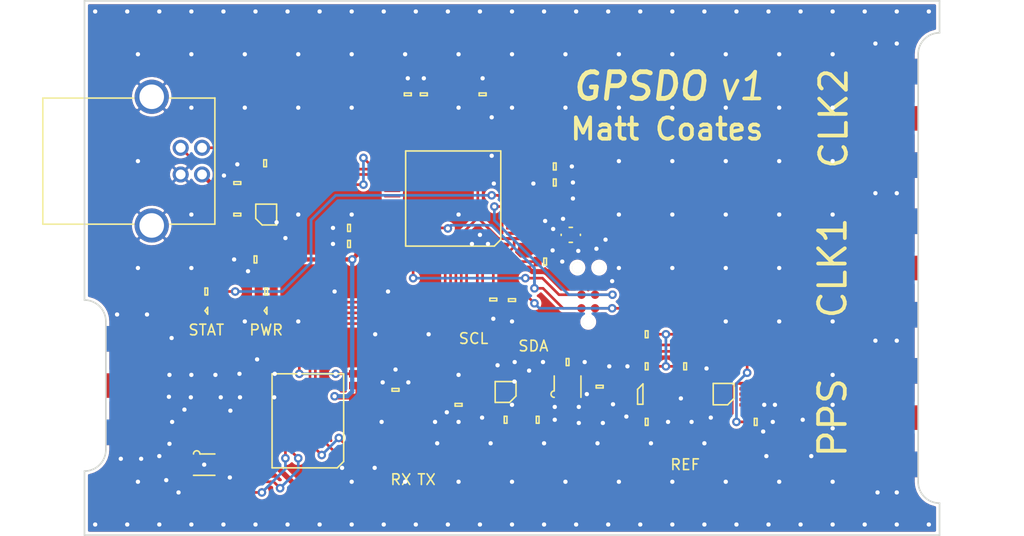
<source format=kicad_pcb>
(kicad_pcb (version 20171130) (host pcbnew 5.0.0-rc2-unknown-68f6e3a~65~ubuntu16.04.1)
  (layers (0 F.Cu signal) (31 B.Cu signal) (34 B.Paste user) (35 F.Paste user) (36 B.SilkS user) (37 F.SilkS user) (38 B.Mask user) (39 F.Mask user) (44 Edge.Cuts user))
  (net 0 "")
  (net 1 3v3)
  (net 2 GND)
  (net 3 /~RST)
  (net 4 "Net-(C3-Pad2)")
  (net 5 "Net-(C5-Pad1)")
  (net 6 "Net-(C7-Pad2)")
  (net 7 "Net-(C8-Pad1)")
  (net 8 "Net-(C10-Pad2)")
  (net 9 1v8)
  (net 10 "Net-(C19-Pad1)")
  (net 11 "Net-(C19-Pad2)")
  (net 12 "Net-(C22-Pad1)")
  (net 13 5v)
  (net 14 "Net-(C24-Pad2)")
  (net 15 "Net-(C26-Pad1)")
  (net 16 "Net-(C27-Pad2)")
  (net 17 /GPS_PPS)
  (net 18 /CLK_OUT_1)
  (net 19 /CLK_OUT_2)
  (net 20 /GPS_RF)
  (net 21 "Net-(D5-Pad2)")
  (net 22 "Net-(D6-Pad2)")
  (net 23 "Net-(IC2-Pad2)")
  (net 24 "Net-(IC2-Pad3)")
  (net 25 "Net-(IC2-Pad4)")
  (net 26 "Net-(IC2-Pad6)")
  (net 27 /STATUS)
  (net 28 "Net-(IC2-Pad9)")
  (net 29 "Net-(IC2-Pad10)")
  (net 30 "Net-(IC2-Pad11)")
  (net 31 "Net-(IC2-Pad14)")
  (net 32 "Net-(IC2-Pad15)")
  (net 33 "Net-(IC2-Pad16)")
  (net 34 "Net-(IC2-Pad17)")
  (net 35 "Net-(IC2-Pad20)")
  (net 36 "Net-(IC2-Pad21)")
  (net 37 "Net-(IC2-Pad22)")
  (net 38 "Net-(IC2-Pad23)")
  (net 39 "Net-(IC2-Pad24)")
  (net 40 "Net-(IC2-Pad25)")
  (net 41 "Net-(IC2-Pad26)")
  (net 42 "Net-(IC2-Pad27)")
  (net 43 "Net-(IC2-Pad28)")
  (net 44 "Net-(IC2-Pad29)")
  (net 45 "Net-(IC2-Pad30)")
  (net 46 "Net-(IC2-Pad33)")
  (net 47 /OTG_HS_VBUS)
  (net 48 /OTG_HS_DM)
  (net 49 /OTG_HS_DP)
  (net 50 "Net-(IC2-Pad37)")
  (net 51 "Net-(IC2-Pad38)")
  (net 52 "Net-(IC2-Pad39)")
  (net 53 "Net-(IC2-Pad40)")
  (net 54 "Net-(IC2-Pad41)")
  (net 55 "Net-(IC2-Pad42)")
  (net 56 "Net-(IC2-Pad43)")
  (net 57 "Net-(IC2-Pad44)")
  (net 58 "Net-(IC2-Pad45)")
  (net 59 /SWDIO)
  (net 60 /SWDCLK)
  (net 61 "Net-(IC2-Pad50)")
  (net 62 "Net-(IC2-Pad51)")
  (net 63 "Net-(IC2-Pad52)")
  (net 64 "Net-(IC2-Pad53)")
  (net 65 "Net-(IC2-Pad54)")
  (net 66 /~FLAG)
  (net 67 /~ANT_EN)
  (net 68 /GPS_RST)
  (net 69 /USART1_TX)
  (net 70 /USART1_RX)
  (net 71 /I2C1_SCL)
  (net 72 /I2C1_SDA)
  (net 73 "Net-(IC3-Pad1)")
  (net 74 "Net-(IC3-Pad4)")
  (net 75 /GPS_TIM1)
  (net 76 "Net-(IC4-Pad6)")
  (net 77 "Net-(IC5-Pad5)")
  (net 78 "Net-(IC5-Pad13)")
  (net 79 "Net-(IC5-Pad15)")
  (net 80 "Net-(IC5-Pad16)")
  (net 81 "Net-(IC5-Pad17)")
  (net 82 "Net-(IC7-Pad2)")
  (net 83 "Net-(P1-Pad6)")
  (net 84 "Net-(Y2-Pad1)")
  (module agg:LQFP-64 (layer F.Cu) (at 134.5 118.5 180)
    (fp_text reference IC2)
    (fp_text value STM32F405RxTx)
    (pad 1 smd rect (at -5.7 -3.75 180) (size 1.5 0.3) (layers F.Cu F.Paste F.Mask) (net 1 3v3))
    (pad 2 smd rect (at -5.7 -3.25 180) (size 1.5 0.3) (layers F.Cu F.Paste F.Mask) (net 23 "Net-(IC2-Pad2)"))
    (pad 3 smd rect (at -5.7 -2.75 180) (size 1.5 0.3) (layers F.Cu F.Paste F.Mask) (net 24 "Net-(IC2-Pad3)"))
    (pad 4 smd rect (at -5.7 -2.25 180) (size 1.5 0.3) (layers F.Cu F.Paste F.Mask) (net 25 "Net-(IC2-Pad4)"))
    (pad 5 smd rect (at -5.7 -1.75 180) (size 1.5 0.3) (layers F.Cu F.Paste F.Mask) (net 4 "Net-(C3-Pad2)"))
    (pad 6 smd rect (at -5.7 -1.25 180) (size 1.5 0.3) (layers F.Cu F.Paste F.Mask) (net 26 "Net-(IC2-Pad6)"))
    (pad 7 smd rect (at -5.7 -0.75 180) (size 1.5 0.3) (layers F.Cu F.Paste F.Mask) (net 3 /~RST))
    (pad 8 smd rect (at -5.7 -0.25 180) (size 1.5 0.3) (layers F.Cu F.Paste F.Mask) (net 27 /STATUS))
    (pad 9 smd rect (at -5.7 0.25 180) (size 1.5 0.3) (layers F.Cu F.Paste F.Mask) (net 28 "Net-(IC2-Pad9)"))
    (pad 10 smd rect (at -5.7 0.75 180) (size 1.5 0.3) (layers F.Cu F.Paste F.Mask) (net 29 "Net-(IC2-Pad10)"))
    (pad 11 smd rect (at -5.7 1.25 180) (size 1.5 0.3) (layers F.Cu F.Paste F.Mask) (net 30 "Net-(IC2-Pad11)"))
    (pad 12 smd rect (at -5.7 1.75 180) (size 1.5 0.3) (layers F.Cu F.Paste F.Mask) (net 2 GND))
    (pad 13 smd rect (at -5.7 2.25 180) (size 1.5 0.3) (layers F.Cu F.Paste F.Mask) (net 1 3v3))
    (pad 14 smd rect (at -5.7 2.75 180) (size 1.5 0.3) (layers F.Cu F.Paste F.Mask) (net 31 "Net-(IC2-Pad14)"))
    (pad 15 smd rect (at -5.7 3.25 180) (size 1.5 0.3) (layers F.Cu F.Paste F.Mask) (net 32 "Net-(IC2-Pad15)"))
    (pad 16 smd rect (at -5.7 3.75 180) (size 1.5 0.3) (layers F.Cu F.Paste F.Mask) (net 33 "Net-(IC2-Pad16)"))
    (pad 17 smd rect (at -3.75 5.7 180) (size 0.3 1.5) (layers F.Cu F.Paste F.Mask) (net 34 "Net-(IC2-Pad17)"))
    (pad 18 smd rect (at -3.25 5.7 180) (size 0.3 1.5) (layers F.Cu F.Paste F.Mask) (net 2 GND))
    (pad 19 smd rect (at -2.75 5.7 180) (size 0.3 1.5) (layers F.Cu F.Paste F.Mask) (net 1 3v3))
    (pad 20 smd rect (at -2.25 5.7 180) (size 0.3 1.5) (layers F.Cu F.Paste F.Mask) (net 35 "Net-(IC2-Pad20)"))
    (pad 21 smd rect (at -1.75 5.7 180) (size 0.3 1.5) (layers F.Cu F.Paste F.Mask) (net 36 "Net-(IC2-Pad21)"))
    (pad 22 smd rect (at -1.25 5.7 180) (size 0.3 1.5) (layers F.Cu F.Paste F.Mask) (net 37 "Net-(IC2-Pad22)"))
    (pad 23 smd rect (at -0.75 5.7 180) (size 0.3 1.5) (layers F.Cu F.Paste F.Mask) (net 38 "Net-(IC2-Pad23)"))
    (pad 24 smd rect (at -0.25 5.7 180) (size 0.3 1.5) (layers F.Cu F.Paste F.Mask) (net 39 "Net-(IC2-Pad24)"))
    (pad 25 smd rect (at 0.25 5.7 180) (size 0.3 1.5) (layers F.Cu F.Paste F.Mask) (net 40 "Net-(IC2-Pad25)"))
    (pad 26 smd rect (at 0.75 5.7 180) (size 0.3 1.5) (layers F.Cu F.Paste F.Mask) (net 41 "Net-(IC2-Pad26)"))
    (pad 27 smd rect (at 1.25 5.7 180) (size 0.3 1.5) (layers F.Cu F.Paste F.Mask) (net 42 "Net-(IC2-Pad27)"))
    (pad 28 smd rect (at 1.75 5.7 180) (size 0.3 1.5) (layers F.Cu F.Paste F.Mask) (net 43 "Net-(IC2-Pad28)"))
    (pad 29 smd rect (at 2.25 5.7 180) (size 0.3 1.5) (layers F.Cu F.Paste F.Mask) (net 44 "Net-(IC2-Pad29)"))
    (pad 30 smd rect (at 2.75 5.7 180) (size 0.3 1.5) (layers F.Cu F.Paste F.Mask) (net 45 "Net-(IC2-Pad30)"))
    (pad 31 smd rect (at 3.25 5.7 180) (size 0.3 1.5) (layers F.Cu F.Paste F.Mask) (net 6 "Net-(C7-Pad2)"))
    (pad 32 smd rect (at 3.75 5.7 180) (size 0.3 1.5) (layers F.Cu F.Paste F.Mask) (net 1 3v3))
    (pad 33 smd rect (at 5.7 3.75 180) (size 1.5 0.3) (layers F.Cu F.Paste F.Mask) (net 46 "Net-(IC2-Pad33)"))
    (pad 34 smd rect (at 5.7 3.25 180) (size 1.5 0.3) (layers F.Cu F.Paste F.Mask) (net 47 /OTG_HS_VBUS))
    (pad 35 smd rect (at 5.7 2.75 180) (size 1.5 0.3) (layers F.Cu F.Paste F.Mask) (net 48 /OTG_HS_DM))
    (pad 36 smd rect (at 5.7 2.25 180) (size 1.5 0.3) (layers F.Cu F.Paste F.Mask) (net 49 /OTG_HS_DP))
    (pad 37 smd rect (at 5.7 1.75 180) (size 1.5 0.3) (layers F.Cu F.Paste F.Mask) (net 50 "Net-(IC2-Pad37)"))
    (pad 38 smd rect (at 5.7 1.25 180) (size 1.5 0.3) (layers F.Cu F.Paste F.Mask) (net 51 "Net-(IC2-Pad38)"))
    (pad 39 smd rect (at 5.7 0.75 180) (size 1.5 0.3) (layers F.Cu F.Paste F.Mask) (net 52 "Net-(IC2-Pad39)"))
    (pad 40 smd rect (at 5.7 0.25 180) (size 1.5 0.3) (layers F.Cu F.Paste F.Mask) (net 53 "Net-(IC2-Pad40)"))
    (pad 41 smd rect (at 5.7 -0.25 180) (size 1.5 0.3) (layers F.Cu F.Paste F.Mask) (net 54 "Net-(IC2-Pad41)"))
    (pad 42 smd rect (at 5.7 -0.75 180) (size 1.5 0.3) (layers F.Cu F.Paste F.Mask) (net 55 "Net-(IC2-Pad42)"))
    (pad 43 smd rect (at 5.7 -1.25 180) (size 1.5 0.3) (layers F.Cu F.Paste F.Mask) (net 56 "Net-(IC2-Pad43)"))
    (pad 44 smd rect (at 5.7 -1.75 180) (size 1.5 0.3) (layers F.Cu F.Paste F.Mask) (net 57 "Net-(IC2-Pad44)"))
    (pad 45 smd rect (at 5.7 -2.25 180) (size 1.5 0.3) (layers F.Cu F.Paste F.Mask) (net 58 "Net-(IC2-Pad45)"))
    (pad 46 smd rect (at 5.7 -2.75 180) (size 1.5 0.3) (layers F.Cu F.Paste F.Mask) (net 59 /SWDIO))
    (pad 47 smd rect (at 5.7 -3.25 180) (size 1.5 0.3) (layers F.Cu F.Paste F.Mask) (net 7 "Net-(C8-Pad1)"))
    (pad 48 smd rect (at 5.7 -3.75 180) (size 1.5 0.3) (layers F.Cu F.Paste F.Mask) (net 1 3v3))
    (pad 49 smd rect (at 3.75 -5.7 180) (size 0.3 1.5) (layers F.Cu F.Paste F.Mask) (net 60 /SWDCLK))
    (pad 50 smd rect (at 3.25 -5.7 180) (size 0.3 1.5) (layers F.Cu F.Paste F.Mask) (net 61 "Net-(IC2-Pad50)"))
    (pad 51 smd rect (at 2.75 -5.7 180) (size 0.3 1.5) (layers F.Cu F.Paste F.Mask) (net 62 "Net-(IC2-Pad51)"))
    (pad 52 smd rect (at 2.25 -5.7 180) (size 0.3 1.5) (layers F.Cu F.Paste F.Mask) (net 63 "Net-(IC2-Pad52)"))
    (pad 53 smd rect (at 1.75 -5.7 180) (size 0.3 1.5) (layers F.Cu F.Paste F.Mask) (net 64 "Net-(IC2-Pad53)"))
    (pad 54 smd rect (at 1.25 -5.7 180) (size 0.3 1.5) (layers F.Cu F.Paste F.Mask) (net 65 "Net-(IC2-Pad54)"))
    (pad 55 smd rect (at 0.75 -5.7 180) (size 0.3 1.5) (layers F.Cu F.Paste F.Mask) (net 66 /~FLAG))
    (pad 56 smd rect (at 0.25 -5.7 180) (size 0.3 1.5) (layers F.Cu F.Paste F.Mask) (net 67 /~ANT_EN))
    (pad 57 smd rect (at -0.25 -5.7 180) (size 0.3 1.5) (layers F.Cu F.Paste F.Mask) (net 68 /GPS_RST))
    (pad 58 smd rect (at -0.75 -5.7 180) (size 0.3 1.5) (layers F.Cu F.Paste F.Mask) (net 69 /USART1_TX))
    (pad 59 smd rect (at -1.25 -5.7 180) (size 0.3 1.5) (layers F.Cu F.Paste F.Mask) (net 70 /USART1_RX))
    (pad 60 smd rect (at -1.75 -5.7 180) (size 0.3 1.5) (layers F.Cu F.Paste F.Mask) (net 2 GND))
    (pad 61 smd rect (at -2.25 -5.7 180) (size 0.3 1.5) (layers F.Cu F.Paste F.Mask) (net 71 /I2C1_SCL))
    (pad 62 smd rect (at -2.75 -5.7 180) (size 0.3 1.5) (layers F.Cu F.Paste F.Mask) (net 72 /I2C1_SDA))
    (pad 63 smd rect (at -3.25 -5.7 180) (size 0.3 1.5) (layers F.Cu F.Paste F.Mask) (net 2 GND))
    (pad 64 smd rect (at -3.75 -5.7 180) (size 0.3 1.5) (layers F.Cu F.Paste F.Mask) (net 1 3v3))
  )
  (module agg:0603-L (layer F.Cu) (at 135 137.8 270)
    (fp_text reference C1)
    (fp_text value 1u)
    (pad 1 smd rect (at -0.7 0 270) (size 0.75 0.9) (layers F.Cu F.Paste F.Mask) (net 1 3v3))
    (pad 2 smd rect (at 0.7 0 270) (size 0.75 0.9) (layers F.Cu F.Paste F.Mask) (net 2 GND))
  )
  (module agg:0402 (layer F.Cu) (at 144 118.5)
    (fp_text reference C2)
    (fp_text value 100n)
    (pad 2 smd rect (at 0.45 0) (size 0.62 0.62) (layers F.Cu F.Paste F.Mask) (net 2 GND))
    (pad 1 smd rect (at -0.45 0) (size 0.62 0.62) (layers F.Cu F.Paste F.Mask) (net 3 /~RST))
  )
  (module agg:0402 (layer F.Cu) (at 143.1 121.9 270)
    (fp_text reference C3)
    (fp_text value 10p)
    (pad 2 smd rect (at 0.45 0 270) (size 0.62 0.62) (layers F.Cu F.Paste F.Mask) (net 4 "Net-(C3-Pad2)"))
    (pad 1 smd rect (at -0.45 0 270) (size 0.62 0.62) (layers F.Cu F.Paste F.Mask) (net 2 GND))
  )
  (module agg:0603-L (layer F.Cu) (at 138.25 127.95 90)
    (fp_text reference C4)
    (fp_text value 100n)
    (pad 2 smd rect (at 0.7 0 90) (size 0.75 0.9) (layers F.Cu F.Paste F.Mask) (net 1 3v3))
    (pad 1 smd rect (at -0.7 0 90) (size 0.75 0.9) (layers F.Cu F.Paste F.Mask) (net 2 GND))
  )
  (module agg:0402 (layer F.Cu) (at 147.9 121.9 270)
    (fp_text reference C5)
    (fp_text value 10p)
    (pad 1 smd rect (at -0.45 0 270) (size 0.62 0.62) (layers F.Cu F.Paste F.Mask) (net 5 "Net-(C5-Pad1)"))
    (pad 2 smd rect (at 0.45 0 270) (size 0.62 0.62) (layers F.Cu F.Paste F.Mask) (net 2 GND))
  )
  (module agg:0603-L (layer F.Cu) (at 143.1 124.4 180)
    (fp_text reference C6)
    (fp_text value 100n)
    (pad 1 smd rect (at -0.7 0 180) (size 0.75 0.9) (layers F.Cu F.Paste F.Mask) (net 2 GND))
    (pad 2 smd rect (at 0.7 0 180) (size 0.75 0.9) (layers F.Cu F.Paste F.Mask) (net 1 3v3))
  )
  (module agg:0603-L (layer F.Cu) (at 131.75 108.75 270)
    (fp_text reference C7)
    (fp_text value 2u2)
    (pad 2 smd rect (at 0.7 0 270) (size 0.75 0.9) (layers F.Cu F.Paste F.Mask) (net 6 "Net-(C7-Pad2)"))
    (pad 1 smd rect (at -0.7 0 270) (size 0.75 0.9) (layers F.Cu F.Paste F.Mask) (net 2 GND))
  )
  (module agg:0603-L (layer F.Cu) (at 124.75 121.25 180)
    (fp_text reference C8)
    (fp_text value 2u2)
    (pad 1 smd rect (at -0.7 0 180) (size 0.75 0.9) (layers F.Cu F.Paste F.Mask) (net 7 "Net-(C8-Pad1)"))
    (pad 2 smd rect (at 0.7 0 180) (size 0.75 0.9) (layers F.Cu F.Paste F.Mask) (net 2 GND))
  )
  (module agg:0603-L (layer F.Cu) (at 144 117 180)
    (fp_text reference C9)
    (fp_text value 100n)
    (pad 2 smd rect (at 0.7 0 180) (size 0.75 0.9) (layers F.Cu F.Paste F.Mask) (net 1 3v3))
    (pad 1 smd rect (at -0.7 0 180) (size 0.75 0.9) (layers F.Cu F.Paste F.Mask) (net 2 GND))
  )
  (module agg:0603-L (layer F.Cu) (at 139.4 139.2 180)
    (fp_text reference C10)
    (fp_text value 10n)
    (pad 2 smd rect (at 0.7 0 180) (size 0.75 0.9) (layers F.Cu F.Paste F.Mask) (net 8 "Net-(C10-Pad2)"))
    (pad 1 smd rect (at -0.7 0 180) (size 0.75 0.9) (layers F.Cu F.Paste F.Mask) (net 9 1v8))
  )
  (module agg:0603-L (layer F.Cu) (at 137.25 108.75 270)
    (fp_text reference C11)
    (fp_text value 100n)
    (pad 2 smd rect (at 0.7 0 270) (size 0.75 0.9) (layers F.Cu F.Paste F.Mask) (net 1 3v3))
    (pad 1 smd rect (at -0.7 0 270) (size 0.75 0.9) (layers F.Cu F.Paste F.Mask) (net 2 GND))
  )
  (module agg:0603-L (layer F.Cu) (at 142.4 139.2)
    (fp_text reference C12)
    (fp_text value 1u)
    (pad 1 smd rect (at -0.7 0) (size 0.75 0.9) (layers F.Cu F.Paste F.Mask) (net 9 1v8))
    (pad 2 smd rect (at 0.7 0) (size 0.75 0.9) (layers F.Cu F.Paste F.Mask) (net 2 GND))
  )
  (module agg:0603-L (layer F.Cu) (at 130.25 108.75 270)
    (fp_text reference C13)
    (fp_text value 100n)
    (pad 1 smd rect (at -0.7 0 270) (size 0.75 0.9) (layers F.Cu F.Paste F.Mask) (net 2 GND))
    (pad 2 smd rect (at 0.7 0 270) (size 0.75 0.9) (layers F.Cu F.Paste F.Mask) (net 1 3v3))
  )
  (module agg:0603-L (layer F.Cu) (at 145.2 133.8 180)
    (fp_text reference C14)
    (fp_text value 100n)
    (pad 2 smd rect (at 0.7 0 180) (size 0.75 0.9) (layers F.Cu F.Paste F.Mask) (net 9 1v8))
    (pad 1 smd rect (at -0.7 0 180) (size 0.75 0.9) (layers F.Cu F.Paste F.Mask) (net 2 GND))
  )
  (module agg:0603-L (layer F.Cu) (at 124.75 122.75)
    (fp_text reference C15)
    (fp_text value 100n)
    (pad 1 smd rect (at -0.7 0) (size 0.75 0.9) (layers F.Cu F.Paste F.Mask) (net 2 GND))
    (pad 2 smd rect (at 0.7 0) (size 0.75 0.9) (layers F.Cu F.Paste F.Mask) (net 1 3v3))
  )
  (module agg:0603 (layer F.Cu) (at 140 128 90)
    (fp_text reference C16)
    (fp_text value 4u7)
    (pad 1 smd rect (at -0.8 0 90) (size 0.95 1) (layers F.Cu F.Paste F.Mask) (net 2 GND))
    (pad 2 smd rect (at 0.8 0 90) (size 0.95 1) (layers F.Cu F.Paste F.Mask) (net 1 3v3))
  )
  (module agg:0603-L (layer F.Cu) (at 144 115.5)
    (fp_text reference C17)
    (fp_text value 1u)
    (pad 2 smd rect (at 0.7 0) (size 0.75 0.9) (layers F.Cu F.Paste F.Mask) (net 2 GND))
    (pad 1 smd rect (at -0.7 0) (size 0.75 0.9) (layers F.Cu F.Paste F.Mask) (net 1 3v3))
  )
  (module agg:0603-L (layer F.Cu) (at 152.6 134.2)
    (fp_text reference C18)
    (fp_text value 1n)
    (pad 2 smd rect (at 0.7 0) (size 0.75 0.9) (layers F.Cu F.Paste F.Mask) (net 1 3v3))
    (pad 1 smd rect (at -0.7 0) (size 0.75 0.9) (layers F.Cu F.Paste F.Mask) (net 2 GND))
  )
  (module agg:0603-L (layer F.Cu) (at 148.2 136.1 90)
    (fp_text reference C19)
    (fp_text value 1n)
    (pad 1 smd rect (at -0.7 0 90) (size 0.75 0.9) (layers F.Cu F.Paste F.Mask) (net 10 "Net-(C19-Pad1)"))
    (pad 2 smd rect (at 0.7 0 90) (size 0.75 0.9) (layers F.Cu F.Paste F.Mask) (net 11 "Net-(C19-Pad2)"))
  )
  (module agg:0603-L (layer F.Cu) (at 162.8 139.4 180)
    (fp_text reference C20)
    (fp_text value 100n)
    (pad 2 smd rect (at 0.7 0 180) (size 0.75 0.9) (layers F.Cu F.Paste F.Mask) (net 1 3v3))
    (pad 1 smd rect (at -0.7 0 180) (size 0.75 0.9) (layers F.Cu F.Paste F.Mask) (net 2 GND))
  )
  (module agg:0603-L (layer F.Cu) (at 129.1 136.4 270)
    (fp_text reference C21)
    (fp_text value 100n)
    (pad 1 smd rect (at -0.7 0 270) (size 0.75 0.9) (layers F.Cu F.Paste F.Mask) (net 2 GND))
    (pad 2 smd rect (at 0.7 0 270) (size 0.75 0.9) (layers F.Cu F.Paste F.Mask) (net 1 3v3))
  )
  (module agg:0402 (layer F.Cu) (at 113.6 143.2 270)
    (fp_text reference C22)
    (fp_text value 1u)
    (pad 2 smd rect (at 0.45 0 270) (size 0.62 0.62) (layers F.Cu F.Paste F.Mask) (net 2 GND))
    (pad 1 smd rect (at -0.45 0 270) (size 0.62 0.62) (layers F.Cu F.Paste F.Mask) (net 12 "Net-(C22-Pad1)"))
  )
  (module agg:0603-L (layer F.Cu) (at 114.3 117.05 90)
    (fp_text reference C23)
    (fp_text value 1u)
    (pad 1 smd rect (at -0.7 0 90) (size 0.75 0.9) (layers F.Cu F.Paste F.Mask) (net 13 5v))
    (pad 2 smd rect (at 0.7 0 90) (size 0.75 0.9) (layers F.Cu F.Paste F.Mask) (net 2 GND))
  )
  (module agg:0603-L (layer F.Cu) (at 114.3 120 90)
    (fp_text reference C24)
    (fp_text value 10n)
    (pad 2 smd rect (at 0.7 0 90) (size 0.75 0.9) (layers F.Cu F.Paste F.Mask) (net 14 "Net-(C24-Pad2)"))
    (pad 1 smd rect (at -0.7 0 90) (size 0.75 0.9) (layers F.Cu F.Paste F.Mask) (net 1 3v3))
  )
  (module agg:0603-L (layer F.Cu) (at 116 124.2 180)
    (fp_text reference C25)
    (fp_text value 1u)
    (pad 1 smd rect (at -0.7 0 180) (size 0.75 0.9) (layers F.Cu F.Paste F.Mask) (net 1 3v3))
    (pad 2 smd rect (at 0.7 0 180) (size 0.75 0.9) (layers F.Cu F.Paste F.Mask) (net 2 GND))
  )
  (module agg:0402 (layer F.Cu) (at 108.4 142.6 180)
    (fp_text reference C26)
    (fp_text value 1u)
    (pad 1 smd rect (at -0.45 0 180) (size 0.62 0.62) (layers F.Cu F.Paste F.Mask) (net 15 "Net-(C26-Pad1)"))
    (pad 2 smd rect (at 0.45 0 180) (size 0.62 0.62) (layers F.Cu F.Paste F.Mask) (net 2 GND))
  )
  (module agg:0402 (layer F.Cu) (at 109.8 139.4)
    (fp_text reference C27)
    (fp_text value 100n)
    (pad 1 smd rect (at -0.45 0) (size 0.62 0.62) (layers F.Cu F.Paste F.Mask) (net 2 GND))
    (pad 2 smd rect (at 0.45 0) (size 0.62 0.62) (layers F.Cu F.Paste F.Mask) (net 16 "Net-(C27-Pad2)"))
  )
  (module agg:0402-L (layer F.Cu) (at 175.2 141.2 180)
    (fp_text reference D1)
    (fp_text value ESD_DIODE)
    (pad 2 smd rect (at 0.4 0 180) (size 0.52 0.52) (layers F.Cu F.Paste F.Mask) (net 2 GND))
    (pad 1 smd rect (at -0.4 0 180) (size 0.52 0.52) (layers F.Cu F.Paste F.Mask) (net 17 /GPS_PPS))
  )
  (module agg:0402-L (layer F.Cu) (at 175.2 127.2 180)
    (fp_text reference D2)
    (fp_text value ESD_DIODE)
    (pad 1 smd rect (at -0.4 0 180) (size 0.52 0.52) (layers F.Cu F.Paste F.Mask) (net 18 /CLK_OUT_1))
    (pad 2 smd rect (at 0.4 0 180) (size 0.52 0.52) (layers F.Cu F.Paste F.Mask) (net 2 GND))
  )
  (module agg:0402-L (layer F.Cu) (at 175 113.2 180)
    (fp_text reference D3)
    (fp_text value ESD_DIODE)
    (pad 1 smd rect (at -0.4 0 180) (size 0.52 0.52) (layers F.Cu F.Paste F.Mask) (net 19 /CLK_OUT_2))
    (pad 2 smd rect (at 0.4 0 180) (size 0.52 0.52) (layers F.Cu F.Paste F.Mask) (net 2 GND))
  )
  (module agg:0402-L (layer F.Cu) (at 104.6 133.8)
    (fp_text reference D4)
    (fp_text value ESD_DIODE)
    (pad 1 smd rect (at -0.4 0) (size 0.52 0.52) (layers F.Cu F.Paste F.Mask) (net 20 /GPS_RF))
    (pad 2 smd rect (at 0.4 0) (size 0.52 0.52) (layers F.Cu F.Paste F.Mask) (net 2 GND))
  )
  (module agg:0603-LED (layer F.Cu) (at 111.4 129)
    (fp_text reference D5)
    (fp_text value LED)
    (pad 1 smd rect (at -0.8 0) (size 0.95 1) (layers F.Cu F.Paste F.Mask) (net 2 GND))
    (pad 2 smd rect (at 0.8 0) (size 0.95 1) (layers F.Cu F.Paste F.Mask) (net 21 "Net-(D5-Pad2)"))
  )
  (module agg:0603-LED (layer F.Cu) (at 116.9425 128.992143)
    (fp_text reference D6)
    (fp_text value LED)
    (pad 2 smd rect (at 0.8 0) (size 0.95 1) (layers F.Cu F.Paste F.Mask) (net 22 "Net-(D6-Pad2)"))
    (pad 1 smd rect (at -0.8 0) (size 0.95 1) (layers F.Cu F.Paste F.Mask) (net 2 GND))
  )
  (module agg:MSOP-8 (layer F.Cu) (at 139.4 136.6 180)
    (fp_text reference IC1)
    (fp_text value ADP3335)
    (pad 8 smd rect (at 2.2 -0.975 180) (size 1.45 0.45) (layers F.Cu F.Paste F.Mask) (net 1 3v3))
    (pad 7 smd rect (at 2.2 -0.325 180) (size 1.45 0.45) (layers F.Cu F.Paste F.Mask) (net 1 3v3))
    (pad 6 smd rect (at 2.2 0.325 180) (size 1.45 0.45) (layers F.Cu F.Paste F.Mask) (net 1 3v3))
    (pad 5 smd rect (at 2.2 0.975 180) (size 1.45 0.45) (layers F.Cu F.Paste F.Mask) (net 8 "Net-(C10-Pad2)"))
    (pad 4 smd rect (at -2.2 0.975 180) (size 1.45 0.45) (layers F.Cu F.Paste F.Mask) (net 2 GND))
    (pad 3 smd rect (at -2.2 0.325 180) (size 1.45 0.45) (layers F.Cu F.Paste F.Mask) (net 9 1v8))
    (pad 2 smd rect (at -2.2 -0.325 180) (size 1.45 0.45) (layers F.Cu F.Paste F.Mask) (net 9 1v8))
    (pad 1 smd rect (at -2.2 -0.975 180) (size 1.45 0.45) (layers F.Cu F.Paste F.Mask) (net 9 1v8))
  )
  (module agg:SOT-23-5 (layer F.Cu) (at 152 136.8)
    (fp_text reference IC3)
    (fp_text value NC7SZ04)
    (pad 1 smd rect (at -1.3 -0.95) (size 1.1 0.6) (layers F.Cu F.Paste F.Mask) (net 73 "Net-(IC3-Pad1)"))
    (pad 2 smd rect (at -1.3 0) (size 1.1 0.6) (layers F.Cu F.Paste F.Mask) (net 10 "Net-(C19-Pad1)"))
    (pad 3 smd rect (at -1.3 0.95) (size 1.1 0.6) (layers F.Cu F.Paste F.Mask) (net 2 GND))
    (pad 4 smd rect (at 1.3 0.95) (size 1.1 0.6) (layers F.Cu F.Paste F.Mask) (net 74 "Net-(IC3-Pad4)"))
    (pad 5 smd rect (at 1.3 -0.95) (size 1.1 0.6) (layers F.Cu F.Paste F.Mask) (net 1 3v3))
  )
  (module agg:MSOP-10 (layer F.Cu) (at 159.8 136.8 180)
    (fp_text reference IC4)
    (fp_text value CS2100-CP)
    (pad 1 smd rect (at -2.2 -1 180) (size 1.45 0.3) (layers F.Cu F.Paste F.Mask) (net 1 3v3))
    (pad 2 smd rect (at -2.2 -0.5 180) (size 1.45 0.3) (layers F.Cu F.Paste F.Mask) (net 2 GND))
    (pad 3 smd rect (at -2.2 0 180) (size 1.45 0.3) (layers F.Cu F.Paste F.Mask) (net 18 /CLK_OUT_1))
    (pad 4 smd rect (at -2.2 0.5 180) (size 1.45 0.3) (layers F.Cu F.Paste F.Mask) (net 19 /CLK_OUT_2))
    (pad 5 smd rect (at -2.2 1 180) (size 1.45 0.3) (layers F.Cu F.Paste F.Mask) (net 75 /GPS_TIM1))
    (pad 6 smd rect (at 2.2 1 180) (size 1.45 0.3) (layers F.Cu F.Paste F.Mask) (net 76 "Net-(IC4-Pad6)"))
    (pad 7 smd rect (at 2.2 0.5 180) (size 1.45 0.3) (layers F.Cu F.Paste F.Mask) (net 74 "Net-(IC3-Pad4)"))
    (pad 8 smd rect (at 2.2 0 180) (size 1.45 0.3) (layers F.Cu F.Paste F.Mask) (net 2 GND))
    (pad 9 smd rect (at 2.2 -0.5 180) (size 1.45 0.3) (layers F.Cu F.Paste F.Mask) (net 71 /I2C1_SCL))
    (pad 10 smd rect (at 2.2 -1 180) (size 1.45 0.3) (layers F.Cu F.Paste F.Mask) (net 72 /I2C1_SDA))
  )
  (module agg:MAX-M8Q (layer F.Cu) (at 120.9 139.3 180)
    (fp_text reference IC5)
    (fp_text value MAX-M8Q)
    (pad 1 smd rect (at -4.75 -4.4 180) (size 1.8 0.7) (layers F.Cu F.Paste F.Mask) (net 2 GND))
    (pad 2 smd rect (at -4.75 -3.3 180) (size 1.8 0.7) (layers F.Cu F.Paste F.Mask) (net 70 /USART1_RX))
    (pad 3 smd rect (at -4.75 -2.2 180) (size 1.8 0.7) (layers F.Cu F.Paste F.Mask) (net 69 /USART1_TX))
    (pad 4 smd rect (at -4.75 -1.1 180) (size 1.8 0.7) (layers F.Cu F.Paste F.Mask) (net 75 /GPS_TIM1))
    (pad 5 smd rect (at -4.75 0 180) (size 1.8 0.7) (layers F.Cu F.Paste F.Mask) (net 77 "Net-(IC5-Pad5)"))
    (pad 6 smd rect (at -4.75 1.1 180) (size 1.8 0.7) (layers F.Cu F.Paste F.Mask) (net 1 3v3))
    (pad 7 smd rect (at -4.75 2.2 180) (size 1.8 0.7) (layers F.Cu F.Paste F.Mask) (net 1 3v3))
    (pad 8 smd rect (at -4.75 3.3 180) (size 1.8 0.7) (layers F.Cu F.Paste F.Mask) (net 1 3v3))
    (pad 9 smd rect (at -4.75 4.4 180) (size 1.8 0.7) (layers F.Cu F.Paste F.Mask) (net 68 /GPS_RST))
    (pad 10 smd rect (at 4.75 4.4 180) (size 1.8 0.7) (layers F.Cu F.Paste F.Mask) (net 2 GND))
    (pad 11 smd rect (at 4.75 3.3 180) (size 1.8 0.7) (layers F.Cu F.Paste F.Mask) (net 20 /GPS_RF))
    (pad 12 smd rect (at 4.75 2.2 180) (size 1.8 0.7) (layers F.Cu F.Paste F.Mask) (net 2 GND))
    (pad 13 smd rect (at 4.75 1.1 180) (size 1.8 0.7) (layers F.Cu F.Paste F.Mask) (net 78 "Net-(IC5-Pad13)"))
    (pad 14 smd rect (at 4.75 0 180) (size 1.8 0.7) (layers F.Cu F.Paste F.Mask) (net 12 "Net-(C22-Pad1)"))
    (pad 15 smd rect (at 4.75 -1.1 180) (size 1.8 0.7) (layers F.Cu F.Paste F.Mask) (net 79 "Net-(IC5-Pad15)"))
    (pad 16 smd rect (at 4.75 -2.2 180) (size 1.8 0.7) (layers F.Cu F.Paste F.Mask) (net 80 "Net-(IC5-Pad16)"))
    (pad 17 smd rect (at 4.75 -3.3 180) (size 1.8 0.7) (layers F.Cu F.Paste F.Mask) (net 81 "Net-(IC5-Pad17)"))
    (pad 18 smd rect (at 4.75 -4.4 180) (size 1.8 0.7) (layers F.Cu F.Paste F.Mask) (net 17 /GPS_PPS))
  )
  (module agg:MSOP-8 (layer F.Cu) (at 117 120 90)
    (fp_text reference IC6)
    (fp_text value ADP3335)
    (pad 1 smd rect (at -2.2 -0.975 90) (size 1.45 0.45) (layers F.Cu F.Paste F.Mask) (net 1 3v3))
    (pad 2 smd rect (at -2.2 -0.325 90) (size 1.45 0.45) (layers F.Cu F.Paste F.Mask) (net 1 3v3))
    (pad 3 smd rect (at -2.2 0.325 90) (size 1.45 0.45) (layers F.Cu F.Paste F.Mask) (net 1 3v3))
    (pad 4 smd rect (at -2.2 0.975 90) (size 1.45 0.45) (layers F.Cu F.Paste F.Mask) (net 2 GND))
    (pad 5 smd rect (at 2.2 0.975 90) (size 1.45 0.45) (layers F.Cu F.Paste F.Mask) (net 14 "Net-(C24-Pad2)"))
    (pad 6 smd rect (at 2.2 0.325 90) (size 1.45 0.45) (layers F.Cu F.Paste F.Mask) (net 13 5v))
    (pad 7 smd rect (at 2.2 -0.325 90) (size 1.45 0.45) (layers F.Cu F.Paste F.Mask) (net 13 5v))
    (pad 8 smd rect (at 2.2 -0.975 90) (size 1.45 0.45) (layers F.Cu F.Paste F.Mask) (net 13 5v))
  )
  (module agg:DFN-6-EP-ONSEMI (layer F.Cu) (at 111.2 143.4)
    (fp_text reference IC7)
    (fp_text value NCP380)
    (pad 1 smd rect (at -0.915 -0.65) (size 0.47 0.4) (layers F.Cu F.Paste F.Mask) (net 15 "Net-(C26-Pad1)"))
    (pad 2 smd rect (at -0.915 0) (size 0.47 0.4) (layers F.Cu F.Paste F.Mask) (net 82 "Net-(IC7-Pad2)"))
    (pad 3 smd rect (at -0.915 0.65) (size 0.47 0.4) (layers F.Cu F.Paste F.Mask) (net 66 /~FLAG))
    (pad 4 smd rect (at 0.915 0.65) (size 0.47 0.4) (layers F.Cu F.Paste F.Mask) (net 67 /~ANT_EN))
    (pad 5 smd rect (at 0.915 0) (size 0.47 0.4) (layers F.Cu F.Paste F.Mask) (net 2 GND))
    (pad 6 smd rect (at 0.915 -0.65) (size 0.47 0.4) (layers F.Cu F.Paste F.Mask) (net 12 "Net-(C22-Pad1)"))
    (pad EP smd rect (at 0 0) (size 0.95 1.7) (layers F.Cu F.Mask) (net 2 GND))
  )
  (module agg:TC2030-NL (layer F.Cu) (at 147.13 127.5 90)
    (fp_text reference P1)
    (fp_text value SWD_TC)
    (pad 1 smd circle (at -1.27 0.64 90) (size 0.787 0.787) (layers F.Cu F.Mask) (net 1 3v3))
    (pad 2 smd circle (at -1.27 -0.63 90) (size 0.787 0.787) (layers F.Cu F.Mask) (net 59 /SWDIO))
    (pad 3 smd circle (at 0 0.64 90) (size 0.787 0.787) (layers F.Cu F.Mask) (net 3 /~RST))
    (pad 4 smd circle (at 0 -0.63 90) (size 0.787 0.787) (layers F.Cu F.Mask) (net 60 /SWDCLK))
    (pad 5 smd circle (at 1.27 0.64 90) (size 0.787 0.787) (layers F.Cu F.Mask) (net 2 GND))
    (pad 6 smd circle (at 1.27 -0.63 90) (size 0.787 0.787) (layers F.Cu F.Mask) (net 83 "Net-(P1-Pad6)"))
    (pad "" np_thru_hole circle (at -2.54 0.005 90) (size 1 1) (drill 1) (layers *.Cu *.Mask F.SilkS))
    (pad "" np_thru_hole circle (at 2.54 1.021 90) (size 1 1) (drill 1) (layers *.Cu *.Mask F.SilkS))
    (pad "" np_thru_hole circle (at 2.54 -1.011 90) (size 1 1) (drill 1) (layers *.Cu *.Mask F.SilkS))
  )
  (module agg:SMA-EDGE (layer F.Cu) (at 175.5 139 270)
    (fp_text reference P2)
    (fp_text value SMA)
    (pad 2 smd rect (at 4.375 0 270) (size 2.4 5) (layers F.Cu F.Paste F.Mask) (net 2 GND))
    (pad 2 smd rect (at -4.375 0 270) (size 2.4 5) (layers F.Cu F.Paste F.Mask) (net 2 GND))
    (pad 2 smd rect (at -4.375 0 270) (size 2.4 5) (layers B.Cu B.Paste B.Mask) (net 2 GND))
    (pad 2 smd rect (at 4.375 0 270) (size 2.4 5) (layers B.Cu B.Paste B.Mask) (net 2 GND))
    (pad 1 smd rect (at 0 0 270) (size 2.3 5) (layers F.Cu F.Paste F.Mask) (net 17 /GPS_PPS))
  )
  (module agg:SMA-EDGE (layer F.Cu) (at 175.5 125 270)
    (fp_text reference P3)
    (fp_text value SMA)
    (pad 1 smd rect (at 0 0 270) (size 2.3 5) (layers F.Cu F.Paste F.Mask) (net 18 /CLK_OUT_1))
    (pad 2 smd rect (at 4.375 0 270) (size 2.4 5) (layers B.Cu B.Paste B.Mask) (net 2 GND))
    (pad 2 smd rect (at -4.375 0 270) (size 2.4 5) (layers B.Cu B.Paste B.Mask) (net 2 GND))
    (pad 2 smd rect (at -4.375 0 270) (size 2.4 5) (layers F.Cu F.Paste F.Mask) (net 2 GND))
    (pad 2 smd rect (at 4.375 0 270) (size 2.4 5) (layers F.Cu F.Paste F.Mask) (net 2 GND))
  )
  (module agg:SMA-EDGE (layer F.Cu) (at 175.5 111 270)
    (fp_text reference P4)
    (fp_text value SMA)
    (pad 2 smd rect (at 4.375 0 270) (size 2.4 5) (layers F.Cu F.Paste F.Mask) (net 2 GND))
    (pad 2 smd rect (at -4.375 0 270) (size 2.4 5) (layers F.Cu F.Paste F.Mask) (net 2 GND))
    (pad 2 smd rect (at -4.375 0 270) (size 2.4 5) (layers B.Cu B.Paste B.Mask) (net 2 GND))
    (pad 2 smd rect (at 4.375 0 270) (size 2.4 5) (layers B.Cu B.Paste B.Mask) (net 2 GND))
    (pad 1 smd rect (at 0 0 270) (size 2.3 5) (layers F.Cu F.Paste F.Mask) (net 19 /CLK_OUT_2))
  )
  (module agg:SMA-EDGE (layer F.Cu) (at 104.5 136 90)
    (fp_text reference P5)
    (fp_text value SMA)
    (pad 1 smd rect (at 0 0 90) (size 2.3 5) (layers F.Cu F.Paste F.Mask) (net 20 /GPS_RF))
    (pad 2 smd rect (at 4.375 0 90) (size 2.4 5) (layers B.Cu B.Paste B.Mask) (net 2 GND))
    (pad 2 smd rect (at -4.375 0 90) (size 2.4 5) (layers B.Cu B.Paste B.Mask) (net 2 GND))
    (pad 2 smd rect (at -4.375 0 90) (size 2.4 5) (layers F.Cu F.Paste F.Mask) (net 2 GND))
    (pad 2 smd rect (at 4.375 0 90) (size 2.4 5) (layers F.Cu F.Paste F.Mask) (net 2 GND))
  )
  (module agg:USB-B-SKT (layer F.Cu) (at 110 115 270)
    (fp_text reference P6)
    (fp_text value USB-B)
    (pad 1 thru_hole circle (at 1.25 -1 270) (size 1.5 1.5) (drill 0.92) (layers *.Cu *.Mask) (net 13 5v))
    (pad 2 thru_hole circle (at -1.25 -1 270) (size 1.5 1.5) (drill 0.92) (layers *.Cu *.Mask) (net 48 /OTG_HS_DM))
    (pad 3 thru_hole circle (at -1.25 1 270) (size 1.5 1.5) (drill 0.92) (layers *.Cu *.Mask) (net 49 /OTG_HS_DP))
    (pad 4 thru_hole circle (at 1.25 1 270) (size 1.5 1.5) (drill 0.92) (layers *.Cu *.Mask) (net 2 GND))
    (pad S thru_hole circle (at 6.02 3.71 270) (size 3.2 3.2) (drill 2.3) (layers *.Cu *.Mask) (net 2 GND))
    (pad S thru_hole circle (at -6.02 3.71 270) (size 3.2 3.2) (drill 2.3) (layers *.Cu *.Mask) (net 2 GND))
  )
  (module agg:0402 (layer F.Cu) (at 147.4 120 180)
    (fp_text reference R1)
    (fp_text value 100)
    (pad 1 smd rect (at -0.45 0 180) (size 0.62 0.62) (layers F.Cu F.Paste F.Mask) (net 5 "Net-(C5-Pad1)"))
    (pad 2 smd rect (at 0.45 0 180) (size 0.62 0.62) (layers F.Cu F.Paste F.Mask) (net 26 "Net-(IC2-Pad6)"))
  )
  (module agg:0603-L (layer F.Cu) (at 152.6 131.2)
    (fp_text reference R2)
    (fp_text value 10K)
    (pad 1 smd rect (at -0.7 0) (size 0.75 0.9) (layers F.Cu F.Paste F.Mask) (net 72 /I2C1_SDA))
    (pad 2 smd rect (at 0.7 0) (size 0.75 0.9) (layers F.Cu F.Paste F.Mask) (net 1 3v3))
  )
  (module agg:0603-L (layer F.Cu) (at 152.6 139.4 180)
    (fp_text reference R3)
    (fp_text value 1M)
    (pad 1 smd rect (at -0.7 0 180) (size 0.75 0.9) (layers F.Cu F.Paste F.Mask) (net 74 "Net-(IC3-Pad4)"))
    (pad 2 smd rect (at 0.7 0 180) (size 0.75 0.9) (layers F.Cu F.Paste F.Mask) (net 10 "Net-(C19-Pad1)"))
  )
  (module agg:0603-L (layer F.Cu) (at 156.2 134.2 180)
    (fp_text reference R4)
    (fp_text value 10K)
    (pad 2 smd rect (at 0.7 0 180) (size 0.75 0.9) (layers F.Cu F.Paste F.Mask) (net 1 3v3))
    (pad 1 smd rect (at -0.7 0 180) (size 0.75 0.9) (layers F.Cu F.Paste F.Mask) (net 71 /I2C1_SCL))
  )
  (module agg:0402 (layer F.Cu) (at 108.8 144.4 90)
    (fp_text reference R5)
    (fp_text value 110k)
    (pad 2 smd rect (at 0.45 0 90) (size 0.62 0.62) (layers F.Cu F.Paste F.Mask) (net 82 "Net-(IC7-Pad2)"))
    (pad 1 smd rect (at -0.45 0 90) (size 0.62 0.62) (layers F.Cu F.Paste F.Mask) (net 2 GND))
  )
  (module agg:0603-L (layer F.Cu) (at 111.4 127.2)
    (fp_text reference R7)
    (fp_text value 120)
    (pad 2 smd rect (at 0.7 0) (size 0.75 0.9) (layers F.Cu F.Paste F.Mask) (net 27 /STATUS))
    (pad 1 smd rect (at -0.7 0) (size 0.75 0.9) (layers F.Cu F.Paste F.Mask) (net 21 "Net-(D5-Pad2)"))
  )
  (module agg:0603-L (layer F.Cu) (at 117 127.2)
    (fp_text reference R8)
    (fp_text value 120)
    (pad 1 smd rect (at -0.7 0) (size 0.75 0.9) (layers F.Cu F.Paste F.Mask) (net 22 "Net-(D6-Pad2)"))
    (pad 2 smd rect (at 0.7 0) (size 0.75 0.9) (layers F.Cu F.Paste F.Mask) (net 1 3v3))
  )
  (module agg:0603-L (layer F.Cu) (at 116.9 115.2)
    (fp_text reference R9)
    (fp_text value 1K)
    (pad 2 smd rect (at 0.7 0) (size 0.75 0.9) (layers F.Cu F.Paste F.Mask) (net 47 /OTG_HS_VBUS))
    (pad 1 smd rect (at -0.7 0) (size 0.75 0.9) (layers F.Cu F.Paste F.Mask) (net 13 5v))
  )
  (module agg:TESTPAD (layer F.Cu) (at 142 130.8)
    (fp_text reference TP1 hide)
    (fp_text value TESTPAD hide)
    (pad 1 smd circle (at 0 0) (size 1 1) (layers F.Cu F.Mask) (net 72 /I2C1_SDA))
  )
  (module agg:TESTPAD (layer F.Cu) (at 136.4 133)
    (fp_text reference TP2 hide)
    (fp_text value TESTPAD hide)
    (pad 1 smd circle (at 0 0) (size 1 1) (layers F.Cu F.Mask) (net 71 /I2C1_SCL))
  )
  (module agg:TESTPAD (layer F.Cu) (at 132 143.2)
    (fp_text reference TP3 hide)
    (fp_text value TESTPAD hide)
    (pad 1 smd circle (at 0 0) (size 1 1) (layers F.Cu F.Mask) (net 69 /USART1_TX))
  )
  (module agg:TESTPAD (layer F.Cu) (at 129.6 143.2)
    (fp_text reference TP4 hide)
    (fp_text value TESTPAD hide)
    (pad 1 smd circle (at 0 0) (size 1 1) (layers F.Cu F.Mask) (net 70 /USART1_RX))
  )
  (module agg:XTAL-20x16 (layer F.Cu) (at 145.5 121.9 90)
    (fp_text reference Y1)
    (fp_text value 26M)
    (pad 1 smd rect (at -0.575 -0.725) (size 0.95 0.85) (layers F.Cu F.Paste F.Mask) (net 4 "Net-(C3-Pad2)"))
    (pad 2 smd rect (at -0.575 0.725) (size 0.95 0.85) (layers F.Cu F.Paste F.Mask) (net 2 GND))
    (pad 3 smd rect (at 0.575 0.725) (size 0.95 0.85) (layers F.Cu F.Paste F.Mask) (net 5 "Net-(C5-Pad1)"))
    (pad 4 smd rect (at 0.575 -0.725) (size 0.95 0.85) (layers F.Cu F.Paste F.Mask) (net 2 GND))
  )
  (module agg:XTAL-25x20 (layer F.Cu) (at 145.2 136.1 90)
    (fp_text reference Y2)
    (fp_text value "26M TCXO")
    (pad 1 smd rect (at -0.7 -1.05 90) (size 1 0.8) (layers F.Cu F.Paste F.Mask) (net 84 "Net-(Y2-Pad1)"))
    (pad 2 smd rect (at -0.7 1.05 90) (size 1 0.8) (layers F.Cu F.Paste F.Mask) (net 2 GND))
    (pad 3 smd rect (at 0.7 1.05 90) (size 1 0.8) (layers F.Cu F.Paste F.Mask) (net 11 "Net-(C19-Pad2)"))
    (pad 4 smd rect (at 0.7 -1.05 90) (size 1 0.8) (layers F.Cu F.Paste F.Mask) (net 9 1v8))
  )
  (module agg:TESTPAD (layer F.Cu) (at 156.2 141.8)
    (fp_text reference TP5 hide)
    (fp_text value TESTPAD hide)
    (pad 1 smd circle (at 0 0) (size 1 1) (layers F.Cu F.Mask) (net 75 /GPS_TIM1))
  )
  (module agg:0402 (layer F.Cu) (at 111.2 141 180)
    (fp_text reference R6)
    (fp_text value 10)
    (pad 1 smd rect (at -0.45 0 180) (size 0.62 0.62) (layers F.Cu F.Paste F.Mask) (net 16 "Net-(C27-Pad2)"))
    (pad 2 smd rect (at 0.45 0 180) (size 0.62 0.62) (layers F.Cu F.Paste F.Mask) (net 15 "Net-(C26-Pad1)"))
  )
  (module agg:0402 (layer F.Cu) (at 111.65 138.95 90)
    (fp_text reference L1)
    (fp_text value 27nH)
    (pad 1 smd rect (at -0.45 0 90) (size 0.62 0.62) (layers F.Cu F.Paste F.Mask) (net 16 "Net-(C27-Pad2)"))
    (pad 2 smd rect (at 0.45 0 90) (size 0.62 0.62) (layers F.Cu F.Paste F.Mask) (net 20 /GPS_RF))
  )
  (gr_text STAT (at 111.4 130.8) (layer F.SilkS) (effects (font (size 1 1))))
  (gr_text PWR (at 117 130.8) (layer F.SilkS) (effects (font (size 1 1))))
  (gr_text v1 (at 161.5 108) (layer F.SilkS) (effects (font (size 2.5 2.5) (thickness 0.35) italic)))
  (gr_text "Matt Coates" (at 154.5 112) (layer F.SilkS) (effects (font (size 2 2) (thickness 0.35))))
  (gr_text GPSDO (at 152 108) (layer F.SilkS) (effects (font (size 2.5 2.5) (thickness 0.45) italic)))
  (gr_text PPS (at 170 139 90) (layer F.SilkS) (effects (font (size 2.5 2.5) (thickness 0.35))))
  (gr_text CLK1 (at 170 125 90) (layer F.SilkS) (effects (font (size 2.5 2.5) (thickness 0.35))))
  (gr_text CLK2 (at 170.1 111 90) (layer F.SilkS) (effects (font (size 2.5 2.5) (thickness 0.35))))
  (gr_text SDA (at 142 132.3) (layer F.SilkS) (effects (font (size 1 1))))
  (gr_text SCL (at 136.4 131.6) (layer F.SilkS) (effects (font (size 1 1))))
  (gr_text RX (at 129.6 144.8) (layer F.SilkS) (effects (font (size 1 1))))
  (gr_text TX (at 132 144.8) (layer F.SilkS) (effects (font (size 1 1))))
  (gr_text REF (at 156.2 143.4) (layer F.SilkS) (effects (font (size 1 1))))
  (gr_line (start 100 100) (end 180 100) (layer Edge.Cuts) (width 0.15))
  (gr_line (start 100 128) (end 100 100) (layer Edge.Cuts) (width 0.15))
  (gr_line (start 100 144) (end 100 150) (layer Edge.Cuts) (width 0.15))
  (gr_arc (start 100 130) (end 102 130) (angle -90) (layer Edge.Cuts) (width 0.15))
  (gr_arc (start 100 142) (end 100 144) (angle -90) (layer Edge.Cuts) (width 0.15))
  (gr_line (start 102 130) (end 102 142) (layer Edge.Cuts) (width 0.15))
  (gr_line (start 180 150) (end 100 150) (layer Edge.Cuts) (width 0.15))
  (gr_line (start 180 147) (end 180 150) (layer Edge.Cuts) (width 0.15))
  (gr_line (start 178 105) (end 178 145) (layer Edge.Cuts) (width 0.15))
  (gr_line (start 180 100) (end 180 103) (layer Edge.Cuts) (width 0.15))
  (gr_arc (start 180 105) (end 180 103) (angle -90) (layer Edge.Cuts) (width 0.15))
  (gr_arc (start 180 145) (end 178 145) (angle -90) (layer Edge.Cuts) (width 0.15))
  (segment (start 128.8 122.25) (end 127 122.25) (width 0.25) (layer F.Cu) (net 1))
  (segment (start 126.5 122.75) (end 125.45 122.75) (width 0.25) (layer F.Cu) (net 1))
  (segment (start 127 122.25) (end 126.5 122.75) (width 0.25) (layer F.Cu) (net 1))
  (segment (start 138.25 124.2) (end 138.25 127.25) (width 0.25) (layer F.Cu) (net 1))
  (segment (start 139.95 127.25) (end 140 127.2) (width 0.25) (layer F.Cu) (net 1))
  (segment (start 138.25 127.25) (end 139.95 127.25) (width 0.25) (layer F.Cu) (net 1))
  (segment (start 140.2 116.25) (end 143.25 116.25) (width 0.25) (layer F.Cu) (net 1))
  (segment (start 143.3 116.2) (end 143.3 115.5) (width 0.25) (layer F.Cu) (net 1))
  (segment (start 143.25 116.25) (end 143.3 116.2) (width 0.25) (layer F.Cu) (net 1))
  (segment (start 143.3 116.3) (end 143.3 117) (width 0.25) (layer F.Cu) (net 1))
  (segment (start 143.25 116.25) (end 143.3 116.3) (width 0.25) (layer F.Cu) (net 1))
  (segment (start 137.25 109.45) (end 137.25 112.8) (width 0.25) (layer F.Cu) (net 1))
  (segment (start 130.75 112.8) (end 130.75 111) (width 0.25) (layer F.Cu) (net 1))
  (segment (start 130.25 110.5) (end 130.25 109.45) (width 0.25) (layer F.Cu) (net 1))
  (segment (start 130.75 111) (end 130.25 110.5) (width 0.25) (layer F.Cu) (net 1))
  (segment (start 140.2 116.25) (end 139.2 116.25) (width 0.25) (layer F.Cu) (net 1))
  (segment (start 139.2 122.25) (end 140.2 122.25) (width 0.25) (layer F.Cu) (net 1))
  (segment (start 125.65 136) (end 125.65 137.1) (width 0.6) (layer F.Cu) (net 1))
  (segment (start 125.65 137.1) (end 125.65 138.2) (width 0.6) (layer F.Cu) (net 1))
  (segment (start 138.25 124.2) (end 139 124.2) (width 0.25) (layer F.Cu) (net 1))
  (segment (start 140.2 123) (end 140.2 122.25) (width 0.25) (layer F.Cu) (net 1))
  (segment (start 114.3 120.7) (end 115.6 120.7) (width 0.25) (layer F.Cu) (net 1))
  (segment (start 116.025 121.125) (end 116.025 122.2) (width 0.25) (layer F.Cu) (net 1))
  (segment (start 115.6 120.7) (end 116.025 121.125) (width 0.25) (layer F.Cu) (net 1))
  (segment (start 130.75 114) (end 130.75 112.8) (width 0.25) (layer F.Cu) (net 1))
  (segment (start 137.25 112.8) (end 137.25 113.75) (width 0.25) (layer F.Cu) (net 1))
  (segment (start 140.2 116.25) (end 136.95 116.25) (width 0.25) (layer F.Cu) (net 1))
  (segment (start 130.75 114) (end 131.35 114.6) (width 0.25) (layer F.Cu) (net 1))
  (segment (start 131.35 114.6) (end 136.8 114.6) (width 0.25) (layer F.Cu) (net 1))
  (segment (start 137.25 114.15) (end 137.25 113.75) (width 0.25) (layer F.Cu) (net 1))
  (segment (start 136.8 114.6) (end 137.25 114.15) (width 0.25) (layer F.Cu) (net 1))
  (segment (start 136.8 116.1) (end 136.95 116.25) (width 0.25) (layer F.Cu) (net 1))
  (segment (start 138.75 122.25) (end 140.2 122.25) (width 0.25) (layer F.Cu) (net 1))
  (segment (start 136.8 120.3) (end 138.75 122.25) (width 0.25) (layer F.Cu) (net 1))
  (segment (start 136.95 116.25) (end 136.8 116.4) (width 0.25) (layer F.Cu) (net 1))
  (segment (start 134.85 122.25) (end 134.6 122.25) (width 0.25) (layer F.Cu) (net 1))
  (segment (start 136.8 120.3) (end 134.85 122.25) (width 0.25) (layer F.Cu) (net 1))
  (segment (start 128.8 122.25) (end 134.6 122.25) (width 0.25) (layer F.Cu) (net 1))
  (segment (start 136.8 115.5) (end 136.8 116.8) (width 0.25) (layer F.Cu) (net 1))
  (segment (start 136.8 115.5) (end 136.8 116.1) (width 0.25) (layer F.Cu) (net 1))
  (segment (start 136.8 114.6) (end 136.8 115.5) (width 0.25) (layer F.Cu) (net 1))
  (segment (start 136.8 116.4) (end 136.8 116.8) (width 0.25) (layer F.Cu) (net 1))
  (segment (start 136.8 116.8) (end 136.8 120.3) (width 0.25) (layer F.Cu) (net 1))
  (segment (start 147.77 128.77) (end 149.37 128.77) (width 0.25) (layer F.Cu) (net 1))
  (via (at 149.37 128.77) (size 0.8) (drill 0.4) (layers F.Cu B.Cu) (net 1))
  (segment (start 149.37 128.77) (end 142.57 128.77) (width 0.25) (layer B.Cu) (net 1))
  (via (at 142.1 128.3) (size 0.8) (drill 0.4) (layers F.Cu B.Cu) (net 1))
  (segment (start 142.57 128.77) (end 142.1 128.3) (width 0.25) (layer B.Cu) (net 1))
  (segment (start 141 127.2) (end 140 127.2) (width 0.25) (layer F.Cu) (net 1))
  (segment (start 142.1 128.3) (end 141 127.2) (width 0.25) (layer F.Cu) (net 1))
  (segment (start 140.6 124.4) (end 139.7 123.5) (width 0.25) (layer F.Cu) (net 1))
  (segment (start 142.4 124.4) (end 140.6 124.4) (width 0.25) (layer F.Cu) (net 1))
  (segment (start 139.7 123.5) (end 140.2 123) (width 0.25) (layer F.Cu) (net 1))
  (segment (start 139 124.2) (end 139.7 123.5) (width 0.25) (layer F.Cu) (net 1))
  (segment (start 116.675 124.175) (end 116.7 124.2) (width 0.4) (layer F.Cu) (net 1))
  (segment (start 116.675 122.2) (end 116.675 124.175) (width 0.4) (layer F.Cu) (net 1))
  (segment (start 116.025 122.2) (end 117.325 122.2) (width 0.4) (layer F.Cu) (net 1))
  (segment (start 125.05 124.2) (end 125.45 123.8) (width 0.4) (layer F.Cu) (net 1))
  (segment (start 125.45 123.8) (end 125.45 122.75) (width 0.4) (layer F.Cu) (net 1))
  (segment (start 125.65 137.1) (end 129.1 137.1) (width 0.25) (layer F.Cu) (net 1))
  (via (at 125.05 124.2) (size 0.8) (drill 0.4) (layers F.Cu B.Cu) (net 1))
  (via (at 123.4 137) (size 0.8) (drill 0.4) (layers F.Cu B.Cu) (net 1))
  (segment (start 123.5 137.1) (end 123.4 137) (width 0.4) (layer F.Cu) (net 1))
  (segment (start 125.65 137.1) (end 123.5 137.1) (width 0.4) (layer F.Cu) (net 1))
  (segment (start 124.6 137) (end 123.4 137) (width 0.4) (layer B.Cu) (net 1))
  (segment (start 125.05 136.55) (end 124.6 137) (width 0.4) (layer B.Cu) (net 1))
  (segment (start 125.05 124.2) (end 125.05 136.55) (width 0.4) (layer B.Cu) (net 1))
  (segment (start 162 139.3) (end 162.1 139.4) (width 0.25) (layer F.Cu) (net 1))
  (segment (start 162 137.8) (end 162 139.3) (width 0.25) (layer F.Cu) (net 1))
  (segment (start 153.3 135.85) (end 153.3 134.2) (width 0.25) (layer F.Cu) (net 1))
  (segment (start 137.2 136.275) (end 137.2 136.925) (width 0.25) (layer F.Cu) (net 1))
  (segment (start 137.2 136.925) (end 137.2 137.575) (width 0.25) (layer F.Cu) (net 1))
  (segment (start 135 137.1) (end 135.025 137.125) (width 0.25) (layer F.Cu) (net 1))
  (segment (start 129.1 137.1) (end 132.1 137.1) (width 0.25) (layer F.Cu) (net 1))
  (segment (start 132.1 137.1) (end 132.6 137.1) (width 0.25) (layer F.Cu) (net 1))
  (segment (start 132.6 137.1) (end 135 137.1) (width 0.25) (layer F.Cu) (net 1))
  (segment (start 132.3 137.1) (end 132.6 137.1) (width 0.25) (layer F.Cu) (net 1))
  (segment (start 137.2 136.925) (end 136.075 136.925) (width 0.25) (layer F.Cu) (net 1))
  (segment (start 135.9 137.1) (end 135 137.1) (width 0.25) (layer F.Cu) (net 1))
  (segment (start 136.075 136.925) (end 135.9 137.1) (width 0.25) (layer F.Cu) (net 1))
  (segment (start 153.3 134.2) (end 154.4 134.2) (width 0.25) (layer F.Cu) (net 1))
  (via (at 154.4 134.2) (size 0.8) (drill 0.4) (layers F.Cu B.Cu) (net 1))
  (segment (start 154.4 134.2) (end 155.5 134.2) (width 0.25) (layer F.Cu) (net 1))
  (segment (start 154.4 134.2) (end 154.4 131.2) (width 0.25) (layer B.Cu) (net 1))
  (via (at 154.4 131.2) (size 0.8) (drill 0.4) (layers F.Cu B.Cu) (net 1))
  (segment (start 154.4 131.2) (end 153.3 131.2) (width 0.25) (layer F.Cu) (net 1))
  (segment (start 149.37 128.77) (end 152.17 128.77) (width 0.25) (layer F.Cu) (net 1))
  (segment (start 153.3 129.9) (end 153.3 131.2) (width 0.25) (layer F.Cu) (net 1))
  (segment (start 152.17 128.77) (end 153.3 129.9) (width 0.25) (layer F.Cu) (net 1))
  (segment (start 154.4 131.2) (end 159.2 131.2) (width 0.25) (layer F.Cu) (net 1))
  (segment (start 159.2 131.2) (end 162 134) (width 0.25) (layer F.Cu) (net 1))
  (segment (start 162 134) (end 162 134.8) (width 0.25) (layer F.Cu) (net 1))
  (via (at 162 134.8) (size 0.8) (drill 0.4) (layers F.Cu B.Cu) (net 1))
  (via (at 161 139.4) (size 0.8) (drill 0.4) (layers F.Cu B.Cu) (net 1))
  (segment (start 161 139.4) (end 162.1 139.4) (width 0.25) (layer F.Cu) (net 1))
  (segment (start 161 135.8) (end 162 134.8) (width 0.25) (layer B.Cu) (net 1))
  (segment (start 161 139.4) (end 161 135.8) (width 0.25) (layer B.Cu) (net 1))
  (segment (start 117.7 124.2) (end 125.05 124.2) (width 0.4) (layer F.Cu) (net 1))
  (segment (start 117.7 127.2) (end 117.7 124.2) (width 0.25) (layer F.Cu) (net 1))
  (segment (start 116.7 124.2) (end 117.7 124.2) (width 0.4) (layer F.Cu) (net 1))
  (segment (start 116.15 134.9) (end 114.5 134.9) (width 0.6) (layer F.Cu) (net 2))
  (via (at 114.5 134.9) (size 0.8) (drill 0.4) (layers F.Cu B.Cu) (net 2))
  (segment (start 116.15 134.9) (end 117.8 134.9) (width 0.6) (layer F.Cu) (net 2))
  (via (at 117.8 134.9) (size 0.8) (drill 0.4) (layers F.Cu B.Cu) (net 2))
  (segment (start 116.15 137.1) (end 114.55 137.1) (width 0.6) (layer F.Cu) (net 2))
  (via (at 114.55 137.1) (size 0.8) (drill 0.4) (layers F.Cu B.Cu) (net 2))
  (segment (start 116.15 137.1) (end 117.75 137.1) (width 0.6) (layer F.Cu) (net 2))
  (via (at 117.75 137.1) (size 0.8) (drill 0.4) (layers F.Cu B.Cu) (net 2))
  (segment (start 105 132.125) (end 104.5 131.625) (width 0.25) (layer F.Cu) (net 2))
  (segment (start 105 133.8) (end 105 132.125) (width 0.25) (layer F.Cu) (net 2))
  (segment (start 112.115 143.4) (end 111.2 143.4) (width 0.25) (layer F.Cu) (net 2))
  (segment (start 112.115 143.4) (end 112.6 143.4) (width 0.25) (layer F.Cu) (net 2))
  (segment (start 112.85 143.65) (end 113.6 143.65) (width 0.25) (layer F.Cu) (net 2))
  (segment (start 112.6 143.4) (end 112.85 143.65) (width 0.25) (layer F.Cu) (net 2))
  (via (at 111.2 143.4) (size 0.8) (drill 0.4) (layers F.Cu B.Cu) (net 2))
  (segment (start 107.95 142.6) (end 107 142.6) (width 0.25) (layer F.Cu) (net 2))
  (via (at 107 142.6) (size 0.8) (drill 0.4) (layers F.Cu B.Cu) (net 2))
  (segment (start 108.8 144.85) (end 107.65 144.85) (width 0.25) (layer F.Cu) (net 2))
  (via (at 107.65 144.85) (size 0.8) (drill 0.4) (layers F.Cu B.Cu) (net 2))
  (segment (start 108.8 144.85) (end 108.8 146) (width 0.25) (layer F.Cu) (net 2))
  (via (at 108.8 146) (size 0.8) (drill 0.4) (layers F.Cu B.Cu) (net 2))
  (segment (start 113.6 143.65) (end 113.6 144.6) (width 0.25) (layer F.Cu) (net 2))
  (via (at 113.6 144.6) (size 0.8) (drill 0.4) (layers F.Cu B.Cu) (net 2))
  (segment (start 109.35 139.4) (end 108.2 139.4) (width 0.25) (layer F.Cu) (net 2))
  (via (at 108.2 139.4) (size 0.8) (drill 0.4) (layers F.Cu B.Cu) (net 2))
  (segment (start 109.35 139.4) (end 109.35 138.25) (width 0.25) (layer F.Cu) (net 2))
  (via (at 109.35 138.25) (size 0.8) (drill 0.4) (layers F.Cu B.Cu) (net 2))
  (segment (start 107.95 142.6) (end 107.95 141.45) (width 0.25) (layer F.Cu) (net 2))
  (via (at 107.95 141.45) (size 0.8) (drill 0.4) (layers F.Cu B.Cu) (net 2))
  (segment (start 125.65 143.7) (end 124.1 143.7) (width 0.6) (layer F.Cu) (net 2))
  (via (at 124.1 143.7) (size 0.8) (drill 0.4) (layers F.Cu B.Cu) (net 2))
  (segment (start 125.65 143.7) (end 127.15 143.7) (width 0.6) (layer F.Cu) (net 2))
  (via (at 127.15 143.7) (size 0.8) (drill 0.4) (layers F.Cu B.Cu) (net 2))
  (segment (start 127.2 143.75) (end 127.15 143.7) (width 0.6) (layer F.Cu) (net 2))
  (segment (start 129.1 135.7) (end 129.1 134.5) (width 0.25) (layer F.Cu) (net 2))
  (via (at 129.1 134.5) (size 0.8) (drill 0.4) (layers F.Cu B.Cu) (net 2))
  (segment (start 129.1 135.7) (end 128.1 135.7) (width 0.25) (layer F.Cu) (net 2))
  (segment (start 128.1 135.7) (end 127.9 135.7) (width 0.25) (layer F.Cu) (net 2))
  (via (at 127.9 135.7) (size 0.8) (drill 0.4) (layers F.Cu B.Cu) (net 2))
  (segment (start 129.1 135.7) (end 130.1 135.7) (width 0.25) (layer F.Cu) (net 2))
  (segment (start 130.1 135.7) (end 130.3 135.7) (width 0.25) (layer F.Cu) (net 2))
  (via (at 130.3 135.7) (size 0.8) (drill 0.4) (layers F.Cu B.Cu) (net 2))
  (via (at 101 149) (size 0.8) (drill 0.4) (layers F.Cu B.Cu) (net 2))
  (via (at 104 149) (size 0.8) (drill 0.4) (layers F.Cu B.Cu) (net 2))
  (via (at 107 149) (size 0.8) (drill 0.4) (layers F.Cu B.Cu) (net 2))
  (via (at 116 149) (size 0.8) (drill 0.4) (layers F.Cu B.Cu) (net 2))
  (via (at 113 149) (size 0.8) (drill 0.4) (layers F.Cu B.Cu) (net 2))
  (via (at 110 149) (size 0.8) (drill 0.4) (layers F.Cu B.Cu) (net 2))
  (via (at 131 149) (size 0.8) (drill 0.4) (layers F.Cu B.Cu) (net 2))
  (via (at 125 149) (size 0.8) (drill 0.4) (layers F.Cu B.Cu) (net 2))
  (via (at 122 149) (size 0.8) (drill 0.4) (layers F.Cu B.Cu) (net 2))
  (via (at 128 149) (size 0.8) (drill 0.4) (layers F.Cu B.Cu) (net 2))
  (via (at 119 149) (size 0.8) (drill 0.4) (layers F.Cu B.Cu) (net 2))
  (via (at 134 149) (size 0.8) (drill 0.4) (layers F.Cu B.Cu) (net 2))
  (via (at 137 149) (size 0.8) (drill 0.4) (layers F.Cu B.Cu) (net 2))
  (via (at 149 149) (size 0.8) (drill 0.4) (layers F.Cu B.Cu) (net 2))
  (via (at 152 149) (size 0.8) (drill 0.4) (layers F.Cu B.Cu) (net 2))
  (via (at 146 149) (size 0.8) (drill 0.4) (layers F.Cu B.Cu) (net 2))
  (via (at 140 149) (size 0.8) (drill 0.4) (layers F.Cu B.Cu) (net 2))
  (via (at 143 149) (size 0.8) (drill 0.4) (layers F.Cu B.Cu) (net 2))
  (via (at 161 149) (size 0.8) (drill 0.4) (layers F.Cu B.Cu) (net 2))
  (via (at 164 149) (size 0.8) (drill 0.4) (layers F.Cu B.Cu) (net 2))
  (via (at 155 149) (size 0.8) (drill 0.4) (layers F.Cu B.Cu) (net 2))
  (via (at 158 149) (size 0.8) (drill 0.4) (layers F.Cu B.Cu) (net 2))
  (via (at 167 149) (size 0.8) (drill 0.4) (layers F.Cu B.Cu) (net 2))
  (via (at 170 149) (size 0.8) (drill 0.4) (layers F.Cu B.Cu) (net 2))
  (via (at 173 149) (size 0.8) (drill 0.4) (layers F.Cu B.Cu) (net 2))
  (via (at 176 149) (size 0.8) (drill 0.4) (layers F.Cu B.Cu) (net 2))
  (via (at 179 149) (size 0.8) (drill 0.4) (layers F.Cu B.Cu) (net 2))
  (via (at 143 101) (size 0.8) (drill 0.4) (layers F.Cu B.Cu) (net 2))
  (via (at 113 101) (size 0.8) (drill 0.4) (layers F.Cu B.Cu) (net 2))
  (via (at 119 101) (size 0.8) (drill 0.4) (layers F.Cu B.Cu) (net 2))
  (via (at 179 101) (size 0.8) (drill 0.4) (layers F.Cu B.Cu) (net 2))
  (via (at 107 101) (size 0.8) (drill 0.4) (layers F.Cu B.Cu) (net 2))
  (via (at 131 101) (size 0.8) (drill 0.4) (layers F.Cu B.Cu) (net 2))
  (via (at 104 101) (size 0.8) (drill 0.4) (layers F.Cu B.Cu) (net 2))
  (via (at 110 101) (size 0.8) (drill 0.4) (layers F.Cu B.Cu) (net 2))
  (via (at 155 101) (size 0.8) (drill 0.4) (layers F.Cu B.Cu) (net 2))
  (via (at 146 101) (size 0.8) (drill 0.4) (layers F.Cu B.Cu) (net 2))
  (via (at 101 101) (size 0.8) (drill 0.4) (layers F.Cu B.Cu) (net 2))
  (via (at 134 101) (size 0.8) (drill 0.4) (layers F.Cu B.Cu) (net 2))
  (via (at 128 101) (size 0.8) (drill 0.4) (layers F.Cu B.Cu) (net 2))
  (via (at 164 101) (size 0.8) (drill 0.4) (layers F.Cu B.Cu) (net 2))
  (via (at 137 101) (size 0.8) (drill 0.4) (layers F.Cu B.Cu) (net 2))
  (via (at 167 101) (size 0.8) (drill 0.4) (layers F.Cu B.Cu) (net 2))
  (via (at 158 101) (size 0.8) (drill 0.4) (layers F.Cu B.Cu) (net 2))
  (via (at 173 101) (size 0.8) (drill 0.4) (layers F.Cu B.Cu) (net 2))
  (via (at 122 101) (size 0.8) (drill 0.4) (layers F.Cu B.Cu) (net 2))
  (via (at 170 101) (size 0.8) (drill 0.4) (layers F.Cu B.Cu) (net 2))
  (via (at 140 101) (size 0.8) (drill 0.4) (layers F.Cu B.Cu) (net 2))
  (via (at 161 101) (size 0.8) (drill 0.4) (layers F.Cu B.Cu) (net 2))
  (via (at 149 101) (size 0.8) (drill 0.4) (layers F.Cu B.Cu) (net 2))
  (via (at 116 101) (size 0.8) (drill 0.4) (layers F.Cu B.Cu) (net 2))
  (via (at 125 101) (size 0.8) (drill 0.4) (layers F.Cu B.Cu) (net 2))
  (via (at 176 101) (size 0.8) (drill 0.4) (layers F.Cu B.Cu) (net 2))
  (via (at 152 101) (size 0.8) (drill 0.4) (layers F.Cu B.Cu) (net 2))
  (segment (start 101 101) (end 179 101) (width 0.5) (layer F.Cu) (net 2))
  (segment (start 109 149) (end 101 149) (width 0.5) (layer F.Cu) (net 2))
  (segment (start 179 149) (end 109 149) (width 0.5) (layer F.Cu) (net 2))
  (segment (start 136.25 124.2) (end 136.25 122.75) (width 0.25) (layer F.Cu) (net 2))
  (via (at 136.25 122.75) (size 0.8) (drill 0.4) (layers F.Cu B.Cu) (net 2))
  (segment (start 137.75 124.2) (end 137.75 122.75) (width 0.25) (layer F.Cu) (net 2))
  (via (at 137.75 122.75) (size 0.8) (drill 0.4) (layers F.Cu B.Cu) (net 2))
  (segment (start 117.975 122.2) (end 117.975 120.725) (width 0.35) (layer F.Cu) (net 2))
  (via (at 117.975 120.725) (size 0.8) (drill 0.4) (layers F.Cu B.Cu) (net 2))
  (segment (start 117.975 122.2) (end 118.8 122.2) (width 0.35) (layer F.Cu) (net 2))
  (via (at 118.8 122.2) (size 0.8) (drill 0.4) (layers F.Cu B.Cu) (net 2))
  (segment (start 124.05 122.75) (end 123.25 122.75) (width 0.35) (layer F.Cu) (net 2))
  (via (at 123.25 122.75) (size 0.8) (drill 0.4) (layers F.Cu B.Cu) (net 2))
  (segment (start 124.05 121.25) (end 123.25 121.25) (width 0.35) (layer F.Cu) (net 2))
  (via (at 123.25 121.25) (size 0.8) (drill 0.4) (layers F.Cu B.Cu) (net 2))
  (segment (start 130.25 108.05) (end 130.25 107.25) (width 0.35) (layer F.Cu) (net 2))
  (via (at 130.25 107.25) (size 0.8) (drill 0.4) (layers F.Cu B.Cu) (net 2))
  (segment (start 131.75 108.05) (end 131.75 107.25) (width 0.35) (layer F.Cu) (net 2))
  (via (at 131.75 107.25) (size 0.8) (drill 0.4) (layers F.Cu B.Cu) (net 2))
  (segment (start 137.25 108.05) (end 137.25 107.25) (width 0.35) (layer F.Cu) (net 2))
  (via (at 137.25 107.25) (size 0.8) (drill 0.4) (layers F.Cu B.Cu) (net 2))
  (segment (start 144.7 115.5) (end 145.6 115.5) (width 0.35) (layer F.Cu) (net 2))
  (via (at 145.6 115.5) (size 0.8) (drill 0.4) (layers F.Cu B.Cu) (net 2))
  (segment (start 144.7 117) (end 145.5 117) (width 0.35) (layer F.Cu) (net 2))
  (segment (start 145.5 117) (end 145.7 117) (width 0.35) (layer F.Cu) (net 2))
  (via (at 145.7 117) (size 0.8) (drill 0.4) (layers F.Cu B.Cu) (net 2))
  (segment (start 137 122.75) (end 137 121.9) (width 0.25) (layer F.Cu) (net 2))
  (segment (start 137.75 122.75) (end 137 122.75) (width 0.25) (layer F.Cu) (net 2))
  (segment (start 137 122.75) (end 136.25 122.75) (width 0.25) (layer F.Cu) (net 2))
  (via (at 137 121.9) (size 0.8) (drill 0.4) (layers F.Cu B.Cu) (net 2))
  (segment (start 140 128.8) (end 140 130) (width 0.25) (layer F.Cu) (net 2))
  (via (at 140 130) (size 0.8) (drill 0.4) (layers F.Cu B.Cu) (net 2))
  (segment (start 138.25 128.65) (end 138.25 129.75) (width 0.25) (layer F.Cu) (net 2))
  (via (at 138.25 129.75) (size 0.8) (drill 0.4) (layers F.Cu B.Cu) (net 2))
  (segment (start 137.75 112.8) (end 137.75 111.25) (width 0.25) (layer F.Cu) (net 2))
  (via (at 138.1 110.9) (size 0.8) (drill 0.4) (layers F.Cu B.Cu) (net 2))
  (segment (start 137.75 111.25) (end 138.1 110.9) (width 0.25) (layer F.Cu) (net 2))
  (segment (start 137.75 112.8) (end 137.75 114.15) (width 0.25) (layer F.Cu) (net 2))
  (segment (start 137.75 114.15) (end 138.1 114.5) (width 0.25) (layer F.Cu) (net 2))
  (via (at 138.1 114.5) (size 0.8) (drill 0.4) (layers F.Cu B.Cu) (net 2))
  (segment (start 140.2 116.75) (end 141.65 116.75) (width 0.25) (layer F.Cu) (net 2))
  (segment (start 141.65 116.75) (end 142 117.1) (width 0.25) (layer F.Cu) (net 2))
  (via (at 142 117.1) (size 0.8) (drill 0.4) (layers F.Cu B.Cu) (net 2))
  (segment (start 140.2 116.75) (end 138.65 116.75) (width 0.25) (layer F.Cu) (net 2))
  (segment (start 138.65 116.75) (end 138.4 117) (width 0.25) (layer F.Cu) (net 2))
  (segment (start 138.4 117) (end 138.3 117.1) (width 0.25) (layer F.Cu) (net 2))
  (via (at 138.3 117.1) (size 0.8) (drill 0.4) (layers F.Cu B.Cu) (net 2))
  (segment (start 147.77 126.23) (end 149.37 126.23) (width 0.25) (layer F.Cu) (net 2))
  (via (at 149.37 126.23) (size 0.8) (drill 0.4) (layers F.Cu B.Cu) (net 2))
  (segment (start 144.45 118.5) (end 145.7 118.5) (width 0.25) (layer F.Cu) (net 2))
  (via (at 145.7 118.5) (size 0.8) (drill 0.4) (layers F.Cu B.Cu) (net 2))
  (segment (start 143.1 121.45) (end 143.1 120.8) (width 0.25) (layer F.Cu) (net 2))
  (via (at 143.1 120.6) (size 0.8) (drill 0.4) (layers F.Cu B.Cu) (net 2))
  (segment (start 143.1 120.8) (end 143.1 120.6) (width 0.25) (layer F.Cu) (net 2))
  (via (at 146.2 123.4) (size 0.8) (drill 0.4) (layers F.Cu B.Cu) (net 2))
  (segment (start 146.225 123.375) (end 146.2 123.4) (width 0.25) (layer F.Cu) (net 2))
  (segment (start 146.225 122.475) (end 146.225 123.375) (width 0.25) (layer F.Cu) (net 2))
  (segment (start 147.9 122.35) (end 147.9 123.2) (width 0.25) (layer F.Cu) (net 2))
  (via (at 147.9 123.2) (size 0.8) (drill 0.4) (layers F.Cu B.Cu) (net 2))
  (segment (start 147.9 122.35) (end 148.75 122.35) (width 0.25) (layer F.Cu) (net 2))
  (via (at 148.75 122.35) (size 0.8) (drill 0.4) (layers F.Cu B.Cu) (net 2))
  (segment (start 146.35 122.35) (end 147.9 122.35) (width 0.25) (layer F.Cu) (net 2))
  (segment (start 146.225 122.475) (end 146.35 122.35) (width 0.25) (layer F.Cu) (net 2))
  (via (at 144.775 120.4) (size 0.8) (drill 0.4) (layers F.Cu B.Cu) (net 2))
  (segment (start 143.225 121.325) (end 143.1 121.45) (width 0.25) (layer F.Cu) (net 2))
  (via (at 143.85 121.35) (size 0.8) (drill 0.4) (layers F.Cu B.Cu) (net 2))
  (segment (start 143.2 121.35) (end 143.85 121.35) (width 0.25) (layer F.Cu) (net 2))
  (segment (start 143.1 121.45) (end 143.2 121.35) (width 0.25) (layer F.Cu) (net 2))
  (segment (start 144.75 121.35) (end 144.775 121.325) (width 0.25) (layer F.Cu) (net 2))
  (segment (start 143.85 121.35) (end 144.75 121.35) (width 0.25) (layer F.Cu) (net 2))
  (via (at 144.7 124.4) (size 0.8) (drill 0.4) (layers F.Cu B.Cu) (net 2))
  (segment (start 143.8 124.4) (end 143.8 123.35) (width 0.25) (layer F.Cu) (net 2))
  (via (at 143.8 123.35) (size 0.8) (drill 0.4) (layers F.Cu B.Cu) (net 2))
  (segment (start 144.7 124.4) (end 143.8 124.4) (width 0.25) (layer F.Cu) (net 2))
  (segment (start 144.775 120.4) (end 144.775 121.325) (width 0.25) (layer F.Cu) (net 2))
  (segment (start 115.3 124.2) (end 114 124.2) (width 0.4) (layer F.Cu) (net 2))
  (via (at 114 124.2) (size 0.8) (drill 0.4) (layers F.Cu B.Cu) (net 2))
  (segment (start 115.3 124.2) (end 115.3 125.3) (width 0.4) (layer F.Cu) (net 2))
  (via (at 115.3 125.3) (size 0.8) (drill 0.4) (layers F.Cu B.Cu) (net 2))
  (segment (start 114.3 116.35) (end 114.3 115.3) (width 0.4) (layer F.Cu) (net 2))
  (via (at 114.3 115.3) (size 0.8) (drill 0.4) (layers F.Cu B.Cu) (net 2))
  (segment (start 114.3 116.35) (end 113.05 116.35) (width 0.4) (layer F.Cu) (net 2))
  (via (at 113.05 116.35) (size 0.8) (drill 0.4) (layers F.Cu B.Cu) (net 2))
  (segment (start 163.5 139.4) (end 164.4 139.4) (width 0.25) (layer F.Cu) (net 2))
  (via (at 164.4 139.4) (size 0.8) (drill 0.4) (layers F.Cu B.Cu) (net 2))
  (segment (start 163.5 139.4) (end 163.5 140.3) (width 0.25) (layer F.Cu) (net 2))
  (via (at 163.5 140.3) (size 0.8) (drill 0.4) (layers F.Cu B.Cu) (net 2))
  (segment (start 157.6 136.8) (end 156.2 136.8) (width 0.25) (layer F.Cu) (net 2))
  (segment (start 156.2 136.8) (end 155.8 137.2) (width 0.25) (layer F.Cu) (net 2))
  (via (at 155.8 137.2) (size 0.8) (drill 0.4) (layers F.Cu B.Cu) (net 2))
  (via (at 156.8 139.4) (size 0.8) (drill 0.4) (layers F.Cu B.Cu) (net 2))
  (via (at 164.6 137.8) (size 0.8) (drill 0.4) (layers F.Cu B.Cu) (net 2))
  (segment (start 143.1 139.2) (end 144 139.2) (width 0.25) (layer F.Cu) (net 2))
  (via (at 144 139.2) (size 0.8) (drill 0.4) (layers F.Cu B.Cu) (net 2))
  (segment (start 150.7 137.75) (end 149.45 137.75) (width 0.25) (layer F.Cu) (net 2))
  (via (at 149.45 137.75) (size 0.8) (drill 0.4) (layers F.Cu B.Cu) (net 2))
  (segment (start 150.7 137.75) (end 150.7 138.9) (width 0.25) (layer F.Cu) (net 2))
  (via (at 150.7 138.9) (size 0.8) (drill 0.4) (layers F.Cu B.Cu) (net 2))
  (segment (start 146.25 136.8) (end 146.25 137.75) (width 0.25) (layer F.Cu) (net 2))
  (via (at 146.25 138) (size 0.8) (drill 0.4) (layers F.Cu B.Cu) (net 2))
  (segment (start 146.25 136.8) (end 146.8 136.8) (width 0.25) (layer F.Cu) (net 2))
  (segment (start 146.8 136.8) (end 147 136.8) (width 0.25) (layer F.Cu) (net 2))
  (via (at 147 136.8) (size 0.8) (drill 0.4) (layers F.Cu B.Cu) (net 2))
  (segment (start 141.6 135.625) (end 141.6 134.6) (width 0.25) (layer F.Cu) (net 2))
  (via (at 141.6 134.6) (size 0.8) (drill 0.4) (layers F.Cu B.Cu) (net 2))
  (segment (start 141.6 135.625) (end 140.225 135.625) (width 0.25) (layer F.Cu) (net 2))
  (via (at 140.225 135.625) (size 0.8) (drill 0.4) (layers F.Cu B.Cu) (net 2))
  (segment (start 135 138.5) (end 135 139.4) (width 0.25) (layer F.Cu) (net 2))
  (via (at 135 139.4) (size 0.8) (drill 0.4) (layers F.Cu B.Cu) (net 2))
  (segment (start 135 138.5) (end 134.1 138.5) (width 0.25) (layer F.Cu) (net 2))
  (segment (start 134.1 138.5) (end 133.9 138.5) (width 0.25) (layer F.Cu) (net 2))
  (via (at 133.9 138.5) (size 0.8) (drill 0.4) (layers F.Cu B.Cu) (net 2))
  (segment (start 145.9 133.8) (end 146.8 133.8) (width 0.25) (layer F.Cu) (net 2))
  (via (at 146.8 133.8) (size 0.8) (drill 0.4) (layers F.Cu B.Cu) (net 2))
  (segment (start 151.9 134.2) (end 150.8 134.2) (width 0.25) (layer F.Cu) (net 2))
  (via (at 150.8 134.2) (size 0.8) (drill 0.4) (layers F.Cu B.Cu) (net 2))
  (segment (start 174.8 142.675) (end 175.5 143.375) (width 0.25) (layer F.Cu) (net 2))
  (segment (start 174.8 141.2) (end 174.8 142.675) (width 0.25) (layer F.Cu) (net 2))
  (segment (start 174.8 128.675) (end 175.5 129.375) (width 0.25) (layer F.Cu) (net 2))
  (segment (start 174.8 127.2) (end 174.8 128.675) (width 0.25) (layer F.Cu) (net 2))
  (segment (start 174.6 113.2) (end 174.6 114.475) (width 0.25) (layer F.Cu) (net 2))
  (via (at 105 105) (size 0.8) (drill 0.4) (layers F.Cu B.Cu) (net 2))
  (via (at 110 105) (size 0.8) (drill 0.4) (layers F.Cu B.Cu) (net 2))
  (via (at 115 105) (size 0.8) (drill 0.4) (layers F.Cu B.Cu) (net 2))
  (via (at 120 105) (size 0.8) (drill 0.4) (layers F.Cu B.Cu) (net 2))
  (via (at 125 105) (size 0.8) (drill 0.4) (layers F.Cu B.Cu) (net 2))
  (via (at 125 110) (size 0.8) (drill 0.4) (layers F.Cu B.Cu) (net 2))
  (via (at 120 110) (size 0.8) (drill 0.4) (layers F.Cu B.Cu) (net 2))
  (via (at 115 110) (size 0.8) (drill 0.4) (layers F.Cu B.Cu) (net 2))
  (via (at 110 110) (size 0.8) (drill 0.4) (layers F.Cu B.Cu) (net 2))
  (via (at 130 105) (size 0.8) (drill 0.4) (layers F.Cu B.Cu) (net 2))
  (via (at 135 105) (size 0.8) (drill 0.4) (layers F.Cu B.Cu) (net 2))
  (via (at 140 105) (size 0.8) (drill 0.4) (layers F.Cu B.Cu) (net 2))
  (via (at 145 105) (size 0.8) (drill 0.4) (layers F.Cu B.Cu) (net 2))
  (via (at 150 105) (size 0.8) (drill 0.4) (layers F.Cu B.Cu) (net 2))
  (via (at 155 105) (size 0.8) (drill 0.4) (layers F.Cu B.Cu) (net 2))
  (via (at 160 105) (size 0.8) (drill 0.4) (layers F.Cu B.Cu) (net 2))
  (via (at 170 105) (size 0.8) (drill 0.4) (layers F.Cu B.Cu) (net 2))
  (via (at 165 105) (size 0.8) (drill 0.4) (layers F.Cu B.Cu) (net 2))
  (via (at 165 110) (size 0.8) (drill 0.4) (layers F.Cu B.Cu) (net 2))
  (via (at 160 110) (size 0.8) (drill 0.4) (layers F.Cu B.Cu) (net 2))
  (via (at 155 110) (size 0.8) (drill 0.4) (layers F.Cu B.Cu) (net 2))
  (via (at 150 110) (size 0.8) (drill 0.4) (layers F.Cu B.Cu) (net 2))
  (via (at 145 110) (size 0.8) (drill 0.4) (layers F.Cu B.Cu) (net 2))
  (via (at 140 110) (size 0.8) (drill 0.4) (layers F.Cu B.Cu) (net 2))
  (via (at 135 110) (size 0.8) (drill 0.4) (layers F.Cu B.Cu) (net 2))
  (via (at 150 115) (size 0.8) (drill 0.4) (layers F.Cu B.Cu) (net 2))
  (via (at 155 115) (size 0.8) (drill 0.4) (layers F.Cu B.Cu) (net 2))
  (via (at 160 115) (size 0.8) (drill 0.4) (layers F.Cu B.Cu) (net 2))
  (via (at 165 115) (size 0.8) (drill 0.4) (layers F.Cu B.Cu) (net 2))
  (via (at 170 115) (size 0.8) (drill 0.4) (layers F.Cu B.Cu) (net 2))
  (via (at 170 110) (size 0.8) (drill 0.4) (layers F.Cu B.Cu) (net 2))
  (via (at 170 120) (size 0.8) (drill 0.4) (layers F.Cu B.Cu) (net 2))
  (via (at 165 120) (size 0.8) (drill 0.4) (layers F.Cu B.Cu) (net 2))
  (via (at 160 120) (size 0.8) (drill 0.4) (layers F.Cu B.Cu) (net 2))
  (via (at 155 120) (size 0.8) (drill 0.4) (layers F.Cu B.Cu) (net 2))
  (via (at 150 120) (size 0.8) (drill 0.4) (layers F.Cu B.Cu) (net 2))
  (via (at 150 125) (size 0.8) (drill 0.4) (layers F.Cu B.Cu) (net 2))
  (via (at 155 125) (size 0.8) (drill 0.4) (layers F.Cu B.Cu) (net 2))
  (via (at 160 125) (size 0.8) (drill 0.4) (layers F.Cu B.Cu) (net 2))
  (via (at 165 125) (size 0.8) (drill 0.4) (layers F.Cu B.Cu) (net 2))
  (via (at 165 130) (size 0.8) (drill 0.4) (layers F.Cu B.Cu) (net 2))
  (via (at 160 130) (size 0.8) (drill 0.4) (layers F.Cu B.Cu) (net 2))
  (via (at 170 130) (size 0.8) (drill 0.4) (layers F.Cu B.Cu) (net 2))
  (via (at 170 135) (size 0.8) (drill 0.4) (layers F.Cu B.Cu) (net 2))
  (via (at 170 145) (size 0.8) (drill 0.4) (layers F.Cu B.Cu) (net 2))
  (via (at 160 145) (size 0.8) (drill 0.4) (layers F.Cu B.Cu) (net 2))
  (via (at 155 145) (size 0.8) (drill 0.4) (layers F.Cu B.Cu) (net 2))
  (via (at 150 145) (size 0.8) (drill 0.4) (layers F.Cu B.Cu) (net 2))
  (via (at 145 145) (size 0.8) (drill 0.4) (layers F.Cu B.Cu) (net 2))
  (via (at 140 145) (size 0.8) (drill 0.4) (layers F.Cu B.Cu) (net 2))
  (via (at 135 145) (size 0.8) (drill 0.4) (layers F.Cu B.Cu) (net 2))
  (via (at 130 145) (size 0.8) (drill 0.4) (layers F.Cu B.Cu) (net 2))
  (via (at 135 135) (size 0.8) (drill 0.4) (layers F.Cu B.Cu) (net 2))
  (via (at 115 130) (size 0.8) (drill 0.4) (layers F.Cu B.Cu) (net 2))
  (via (at 120 130) (size 0.8) (drill 0.4) (layers F.Cu B.Cu) (net 2))
  (via (at 110 135) (size 0.8) (drill 0.4) (layers F.Cu B.Cu) (net 2))
  (via (at 105 125) (size 0.8) (drill 0.4) (layers F.Cu B.Cu) (net 2))
  (via (at 110 125) (size 0.8) (drill 0.4) (layers F.Cu B.Cu) (net 2))
  (via (at 110 120) (size 0.8) (drill 0.4) (layers F.Cu B.Cu) (net 2))
  (via (at 105 115) (size 0.8) (drill 0.4) (layers F.Cu B.Cu) (net 2))
  (via (at 120 120) (size 0.8) (drill 0.4) (layers F.Cu B.Cu) (net 2))
  (via (at 125 120) (size 0.8) (drill 0.4) (layers F.Cu B.Cu) (net 2))
  (via (at 135 120) (size 0.8) (drill 0.4) (layers F.Cu B.Cu) (net 2))
  (via (at 165 145) (size 0.8) (drill 0.4) (layers F.Cu B.Cu) (net 2))
  (via (at 125 145) (size 0.8) (drill 0.4) (layers F.Cu B.Cu) (net 2))
  (via (at 105 145) (size 0.8) (drill 0.4) (layers F.Cu B.Cu) (net 2))
  (via (at 170 140) (size 0.8) (drill 0.4) (layers F.Cu B.Cu) (net 2))
  (via (at 146.25 139.5) (size 0.8) (drill 0.4) (layers F.Cu B.Cu) (net 2))
  (via (at 148.5 139.5) (size 0.8) (drill 0.4) (layers F.Cu B.Cu) (net 2))
  (via (at 158.6 139) (size 0.8) (drill 0.4) (layers F.Cu B.Cu) (net 2))
  (via (at 149.1 134.2) (size 0.8) (drill 0.4) (layers F.Cu B.Cu) (net 2))
  (via (at 138.65 134.1) (size 0.8) (drill 0.4) (layers F.Cu B.Cu) (net 2))
  (via (at 144 138) (size 0.8) (drill 0.4) (layers F.Cu B.Cu) (net 2))
  (via (at 142.9 133.8) (size 0.8) (drill 0.4) (layers F.Cu B.Cu) (net 2))
  (via (at 140.25 133.8) (size 0.8) (drill 0.4) (layers F.Cu B.Cu) (net 2))
  (via (at 137.2 139) (size 0.8) (drill 0.4) (layers F.Cu B.Cu) (net 2))
  (via (at 116.15 133.55) (size 0.8) (drill 0.4) (layers F.Cu B.Cu) (net 2))
  (via (at 112.25 135) (size 0.8) (drill 0.4) (layers F.Cu B.Cu) (net 2))
  (via (at 113.65 138.35) (size 0.8) (drill 0.4) (layers F.Cu B.Cu) (net 2))
  (via (at 103.4 142.85) (size 0.8) (drill 0.4) (layers F.Cu B.Cu) (net 2))
  (via (at 105.3 142.85) (size 0.8) (drill 0.4) (layers F.Cu B.Cu) (net 2))
  (via (at 103.05 129.35) (size 0.8) (drill 0.4) (layers F.Cu B.Cu) (net 2))
  (via (at 105.85 129.35) (size 0.8) (drill 0.4) (layers F.Cu B.Cu) (net 2))
  (via (at 108.15 131.55) (size 0.8) (drill 0.4) (layers F.Cu B.Cu) (net 2))
  (via (at 107.95 135) (size 0.8) (drill 0.4) (layers F.Cu B.Cu) (net 2))
  (via (at 107.9 137.05) (size 0.8) (drill 0.4) (layers F.Cu B.Cu) (net 2))
  (via (at 109.95 137.1) (size 0.8) (drill 0.4) (layers F.Cu B.Cu) (net 2))
  (via (at 112.75 137.1) (size 0.8) (drill 0.4) (layers F.Cu B.Cu) (net 2))
  (via (at 174 131.8) (size 0.8) (drill 0.4) (layers F.Cu B.Cu) (net 2))
  (via (at 176 131.8) (size 0.8) (drill 0.4) (layers F.Cu B.Cu) (net 2))
  (via (at 174.2 146) (size 0.8) (drill 0.4) (layers F.Cu B.Cu) (net 2))
  (via (at 176 146) (size 0.8) (drill 0.4) (layers F.Cu B.Cu) (net 2))
  (via (at 174 118) (size 0.8) (drill 0.4) (layers F.Cu B.Cu) (net 2))
  (via (at 176 118) (size 0.8) (drill 0.4) (layers F.Cu B.Cu) (net 2))
  (via (at 174 104) (size 0.8) (drill 0.4) (layers F.Cu B.Cu) (net 2))
  (via (at 176 104) (size 0.8) (drill 0.4) (layers F.Cu B.Cu) (net 2))
  (via (at 154.6 139.4) (size 0.8) (drill 0.4) (layers F.Cu B.Cu) (net 2))
  (via (at 158.2 134.4) (size 0.8) (drill 0.4) (layers F.Cu B.Cu) (net 2))
  (via (at 140 137.8) (size 0.8) (drill 0.4) (layers F.Cu B.Cu) (net 2))
  (via (at 163.6 137.8) (size 0.8) (drill 0.4) (layers F.Cu B.Cu) (net 2))
  (segment (start 163.1 137.3) (end 163.6 137.8) (width 0.25) (layer F.Cu) (net 2))
  (segment (start 162 137.3) (end 163.1 137.3) (width 0.25) (layer F.Cu) (net 2))
  (segment (start 163.6 137.8) (end 164.6 137.8) (width 0.25) (layer F.Cu) (net 2))
  (segment (start 164.6 139.2) (end 164.4 139.4) (width 0.25) (layer F.Cu) (net 2))
  (segment (start 164.6 137.8) (end 164.6 139.2) (width 0.25) (layer F.Cu) (net 2))
  (via (at 133 141.4) (size 0.8) (drill 0.4) (layers F.Cu B.Cu) (net 2))
  (via (at 148 141.4) (size 0.8) (drill 0.4) (layers F.Cu B.Cu) (net 2))
  (via (at 143 141.4) (size 0.8) (drill 0.4) (layers F.Cu B.Cu) (net 2))
  (via (at 158 141.4) (size 0.8) (drill 0.4) (layers F.Cu B.Cu) (net 2))
  (via (at 153 141.4) (size 0.8) (drill 0.4) (layers F.Cu B.Cu) (net 2))
  (via (at 138 141.4) (size 0.8) (drill 0.4) (layers F.Cu B.Cu) (net 2))
  (via (at 127.8 139.4) (size 0.8) (drill 0.4) (layers F.Cu B.Cu) (net 2))
  (via (at 132.8 139.4) (size 0.8) (drill 0.4) (layers F.Cu B.Cu) (net 2))
  (via (at 163.8 142.6) (size 0.8) (drill 0.4) (layers F.Cu B.Cu) (net 2))
  (via (at 167.2 139.2) (size 0.8) (drill 0.4) (layers F.Cu B.Cu) (net 2))
  (via (at 168 142.6) (size 0.8) (drill 0.4) (layers F.Cu B.Cu) (net 2))
  (via (at 170 137.8) (size 0.8) (drill 0.4) (layers F.Cu B.Cu) (net 2))
  (via (at 132.2 131.2) (size 0.8) (drill 0.4) (layers F.Cu B.Cu) (net 2))
  (via (at 127.2 131.2) (size 0.8) (drill 0.4) (layers F.Cu B.Cu) (net 2))
  (via (at 128.4 127.2) (size 0.8) (drill 0.4) (layers F.Cu B.Cu) (net 2))
  (via (at 123.4 127.2) (size 0.8) (drill 0.4) (layers F.Cu B.Cu) (net 2))
  (segment (start 140.2 119.25) (end 138.35 119.25) (width 0.25) (layer F.Cu) (net 3))
  (via (at 138.35 119.25) (size 0.8) (drill 0.4) (layers F.Cu B.Cu) (net 3))
  (segment (start 138.35 119.25) (end 138.35 120.55) (width 0.25) (layer B.Cu) (net 3))
  (via (at 149.4 127.5) (size 0.8) (drill 0.4) (layers F.Cu B.Cu) (net 3))
  (segment (start 149.3 127.5) (end 149.4 127.6) (width 0.25) (layer F.Cu) (net 3))
  (segment (start 147.77 127.5) (end 149.3 127.5) (width 0.25) (layer F.Cu) (net 3))
  (segment (start 149.4 127.5) (end 145.3 127.5) (width 0.25) (layer B.Cu) (net 3))
  (segment (start 145.3 127.5) (end 145.1 127.3) (width 0.25) (layer B.Cu) (net 3))
  (segment (start 138.35 120.55) (end 145.1 127.3) (width 0.25) (layer B.Cu) (net 3))
  (segment (start 140.2 119.25) (end 141.75 119.25) (width 0.25) (layer F.Cu) (net 3))
  (segment (start 142.5 118.5) (end 143.55 118.5) (width 0.25) (layer F.Cu) (net 3))
  (segment (start 141.75 119.25) (end 142.5 118.5) (width 0.25) (layer F.Cu) (net 3))
  (segment (start 143.225 122.475) (end 144.775 122.475) (width 0.25) (layer F.Cu) (net 4))
  (segment (start 143.1 122.35) (end 143.225 122.475) (width 0.25) (layer F.Cu) (net 4))
  (segment (start 140.2 120.25) (end 141.45 120.25) (width 0.25) (layer F.Cu) (net 4))
  (segment (start 141.45 120.25) (end 141.9 120.7) (width 0.25) (layer F.Cu) (net 4))
  (segment (start 141.9 120.7) (end 141.9 122) (width 0.25) (layer F.Cu) (net 4))
  (segment (start 142.25 122.35) (end 143.1 122.35) (width 0.25) (layer F.Cu) (net 4))
  (segment (start 141.9 122) (end 142.25 122.35) (width 0.25) (layer F.Cu) (net 4))
  (segment (start 146.35 121.45) (end 147.9 121.45) (width 0.25) (layer F.Cu) (net 5))
  (segment (start 146.225 121.325) (end 146.35 121.45) (width 0.25) (layer F.Cu) (net 5))
  (segment (start 147.85 121.4) (end 147.9 121.45) (width 0.25) (layer F.Cu) (net 5))
  (segment (start 147.85 120) (end 147.85 121.4) (width 0.25) (layer F.Cu) (net 5))
  (segment (start 131.25 112.8) (end 131.25 111) (width 0.25) (layer F.Cu) (net 6))
  (segment (start 131.25 111) (end 131.75 110.5) (width 0.25) (layer F.Cu) (net 6))
  (segment (start 131.75 110.5) (end 131.75 109.45) (width 0.25) (layer F.Cu) (net 6))
  (segment (start 128.8 121.75) (end 127 121.75) (width 0.25) (layer F.Cu) (net 7))
  (segment (start 126.5 121.25) (end 125.45 121.25) (width 0.25) (layer F.Cu) (net 7))
  (segment (start 127 121.75) (end 126.5 121.25) (width 0.25) (layer F.Cu) (net 7))
  (segment (start 138.225 135.625) (end 137.2 135.625) (width 0.25) (layer F.Cu) (net 8))
  (segment (start 138.7 136.1) (end 138.225 135.625) (width 0.25) (layer F.Cu) (net 8))
  (segment (start 138.7 136.1) (end 138.7 139.2) (width 0.25) (layer F.Cu) (net 8))
  (segment (start 140.1 139.2) (end 141.7 139.2) (width 0.25) (layer F.Cu) (net 9))
  (segment (start 144.15 135.4) (end 144.15 134.85) (width 0.25) (layer F.Cu) (net 9))
  (segment (start 144.5 134.5) (end 144.5 133.8) (width 0.25) (layer F.Cu) (net 9))
  (segment (start 144.15 134.85) (end 144.5 134.5) (width 0.25) (layer F.Cu) (net 9))
  (segment (start 141.6 136.275) (end 142.725 136.275) (width 0.25) (layer F.Cu) (net 9))
  (segment (start 143.6 135.4) (end 144.15 135.4) (width 0.25) (layer F.Cu) (net 9))
  (segment (start 142.725 136.275) (end 143.6 135.4) (width 0.25) (layer F.Cu) (net 9))
  (segment (start 141.6 137.575) (end 141.6 136.925) (width 0.25) (layer F.Cu) (net 9))
  (segment (start 141.6 136.925) (end 141.6 136.275) (width 0.25) (layer F.Cu) (net 9))
  (segment (start 141.6 139.1) (end 141.7 139.2) (width 0.25) (layer F.Cu) (net 9))
  (segment (start 141.6 137.575) (end 141.6 139.1) (width 0.25) (layer F.Cu) (net 9))
  (segment (start 150.7 136.8) (end 151.4 136.8) (width 0.25) (layer F.Cu) (net 10))
  (segment (start 151.9 137.3) (end 151.9 139.4) (width 0.25) (layer F.Cu) (net 10))
  (segment (start 151.4 136.8) (end 151.9 137.3) (width 0.25) (layer F.Cu) (net 10))
  (segment (start 148.2 136.8) (end 150.7 136.8) (width 0.25) (layer F.Cu) (net 10))
  (segment (start 146.25 135.4) (end 148.2 135.4) (width 0.25) (layer F.Cu) (net 11))
  (segment (start 112.115 142.75) (end 113.6 142.75) (width 0.25) (layer F.Cu) (net 12))
  (segment (start 113.6 142.75) (end 113.6 140.4) (width 0.25) (layer F.Cu) (net 12))
  (segment (start 114.7 139.3) (end 116.15 139.3) (width 0.25) (layer F.Cu) (net 12))
  (segment (start 113.6 140.4) (end 114.7 139.3) (width 0.25) (layer F.Cu) (net 12))
  (segment (start 112.55 117.8) (end 111 116.25) (width 0.4) (layer F.Cu) (net 13))
  (segment (start 116.025 117.8) (end 116.025 116.375) (width 0.25) (layer F.Cu) (net 13))
  (segment (start 116.2 116.2) (end 116.2 115.2) (width 0.25) (layer F.Cu) (net 13))
  (segment (start 116.025 116.375) (end 116.2 116.2) (width 0.25) (layer F.Cu) (net 13))
  (segment (start 114.25 117.8) (end 114.3 117.75) (width 0.4) (layer F.Cu) (net 13))
  (segment (start 112.55 117.8) (end 114.25 117.8) (width 0.4) (layer F.Cu) (net 13))
  (segment (start 115.975 117.75) (end 116.025 117.8) (width 0.4) (layer F.Cu) (net 13))
  (segment (start 114.3 117.75) (end 115.975 117.75) (width 0.4) (layer F.Cu) (net 13))
  (segment (start 116.675 117.8) (end 116.025 117.8) (width 0.4) (layer F.Cu) (net 13))
  (segment (start 117.325 117.8) (end 116.675 117.8) (width 0.4) (layer F.Cu) (net 13))
  (segment (start 114.3 119.3) (end 117.6 119.3) (width 0.25) (layer F.Cu) (net 14))
  (segment (start 117.975 118.925) (end 117.975 117.8) (width 0.25) (layer F.Cu) (net 14))
  (segment (start 117.6 119.3) (end 117.975 118.925) (width 0.25) (layer F.Cu) (net 14))
  (segment (start 108.85 142.6) (end 109.41 142.6) (width 0.25) (layer F.Cu) (net 15))
  (segment (start 109.56 142.75) (end 109.41 142.6) (width 0.25) (layer F.Cu) (net 15))
  (segment (start 110.285 142.75) (end 109.56 142.75) (width 0.25) (layer F.Cu) (net 15))
  (segment (start 110.285 142.75) (end 110.285 142.115) (width 0.25) (layer F.Cu) (net 15))
  (segment (start 110.75 141.65) (end 110.75 141) (width 0.25) (layer F.Cu) (net 15))
  (segment (start 110.285 142.115) (end 110.75 141.65) (width 0.25) (layer F.Cu) (net 15))
  (segment (start 111.65 141) (end 111.65 139.4) (width 0.25) (layer F.Cu) (net 16))
  (segment (start 110.25 139.4) (end 111.65 139.4) (width 0.25) (layer F.Cu) (net 16))
  (segment (start 118.1 143.7) (end 120.4 146) (width 0.5) (layer F.Cu) (net 17))
  (segment (start 116.15 143.7) (end 118.1 143.7) (width 0.5) (layer F.Cu) (net 17))
  (segment (start 162.4 146) (end 169.4 139) (width 0.5) (layer F.Cu) (net 17))
  (segment (start 120.4 146) (end 162.4 146) (width 0.5) (layer F.Cu) (net 17))
  (segment (start 169.4 139) (end 175.5 139) (width 0.5) (layer F.Cu) (net 17))
  (segment (start 175.6 139.1) (end 175.5 139) (width 0.25) (layer F.Cu) (net 17))
  (segment (start 175.6 141.2) (end 175.6 139.1) (width 0.25) (layer F.Cu) (net 17))
  (segment (start 162 136.8) (end 164.6 136.8) (width 0.25) (layer F.Cu) (net 18))
  (segment (start 164.6 136.8) (end 168.4 133) (width 0.25) (layer F.Cu) (net 18))
  (segment (start 168.4 133) (end 168.4 127.2) (width 0.25) (layer F.Cu) (net 18))
  (segment (start 170.6 125) (end 175.5 125) (width 0.25) (layer F.Cu) (net 18))
  (segment (start 168.4 127.2) (end 170.6 125) (width 0.25) (layer F.Cu) (net 18))
  (segment (start 175.6 125.1) (end 175.5 125) (width 0.25) (layer F.Cu) (net 18))
  (segment (start 175.6 127.2) (end 175.6 125.1) (width 0.25) (layer F.Cu) (net 18))
  (segment (start 162 136.3) (end 164.3 136.3) (width 0.25) (layer F.Cu) (net 19))
  (segment (start 164.3 136.3) (end 167.8 132.8) (width 0.25) (layer F.Cu) (net 19))
  (segment (start 167.8 132.8) (end 167.8 113) (width 0.25) (layer F.Cu) (net 19))
  (segment (start 169.8 111) (end 175.5 111) (width 0.25) (layer F.Cu) (net 19))
  (segment (start 167.8 113) (end 169.8 111) (width 0.25) (layer F.Cu) (net 19))
  (segment (start 175.4 111.1) (end 175.5 111) (width 0.25) (layer F.Cu) (net 19))
  (segment (start 175.4 113.2) (end 175.4 111.1) (width 0.25) (layer F.Cu) (net 19))
  (segment (start 104.5 136) (end 107.6 136) (width 0.6) (layer F.Cu) (net 20))
  (segment (start 104.2 135.7) (end 104.5 136) (width 0.25) (layer F.Cu) (net 20))
  (segment (start 104.2 133.8) (end 104.2 135.7) (width 0.25) (layer F.Cu) (net 20))
  (segment (start 111.65 136.05) (end 111.6 136) (width 0.25) (layer F.Cu) (net 20))
  (segment (start 111.6 136) (end 116.15 136) (width 0.6) (layer F.Cu) (net 20))
  (segment (start 111.65 138.5) (end 111.65 136.05) (width 0.25) (layer F.Cu) (net 20))
  (segment (start 107.6 136) (end 109.8 136) (width 0.6) (layer F.Cu) (net 20))
  (segment (start 109.8 136) (end 111.6 136) (width 0.6) (layer F.Cu) (net 20))
  (segment (start 109 136) (end 109.8 136) (width 0.6) (layer F.Cu) (net 20))
  (segment (start 112.2 129) (end 112.2 128.2) (width 0.25) (layer F.Cu) (net 21))
  (segment (start 112.2 128.2) (end 112 128) (width 0.25) (layer F.Cu) (net 21))
  (segment (start 112 128) (end 110.9 128) (width 0.25) (layer F.Cu) (net 21))
  (segment (start 110.7 127.8) (end 110.7 127.2) (width 0.25) (layer F.Cu) (net 21))
  (segment (start 110.9 128) (end 110.7 127.8) (width 0.25) (layer F.Cu) (net 21))
  (segment (start 116.3 127.2) (end 116.3 127.3) (width 0.25) (layer F.Cu) (net 22))
  (segment (start 116.3 127.9) (end 116.3 127.2) (width 0.25) (layer F.Cu) (net 22))
  (segment (start 117.7425 128.992143) (end 117.7425 128.3425) (width 0.25) (layer F.Cu) (net 22))
  (segment (start 117.7425 128.3425) (end 117.5 128.1) (width 0.25) (layer F.Cu) (net 22))
  (segment (start 117.5 128.1) (end 116.5 128.1) (width 0.25) (layer F.Cu) (net 22))
  (segment (start 116.5 128.1) (end 116.3 127.9) (width 0.25) (layer F.Cu) (net 22))
  (segment (start 140.2 119.75) (end 142.95 119.75) (width 0.25) (layer F.Cu) (net 26))
  (segment (start 142.95 119.75) (end 143.15 119.55) (width 0.25) (layer F.Cu) (net 26))
  (segment (start 145.5 119.55) (end 145.95 120) (width 0.25) (layer F.Cu) (net 26))
  (segment (start 143.15 119.55) (end 145.5 119.55) (width 0.25) (layer F.Cu) (net 26))
  (segment (start 146.95 120) (end 145.95 120) (width 0.25) (layer F.Cu) (net 26))
  (via (at 138.1 118.2) (size 0.8) (drill 0.4) (layers F.Cu B.Cu) (net 27))
  (segment (start 138.1 118.2) (end 138.7 118.2) (width 0.25) (layer F.Cu) (net 27))
  (segment (start 139.25 118.75) (end 139.3 118.75) (width 0.25) (layer F.Cu) (net 27))
  (segment (start 138.7 118.2) (end 139.25 118.75) (width 0.25) (layer F.Cu) (net 27))
  (segment (start 139.3 118.75) (end 140.2 118.75) (width 0.25) (layer F.Cu) (net 27))
  (segment (start 112.1 127.2) (end 114.1 127.2) (width 0.25) (layer F.Cu) (net 27))
  (via (at 114.1 127.2) (size 0.8) (drill 0.4) (layers F.Cu B.Cu) (net 27))
  (segment (start 114.1 127.2) (end 118.5 127.2) (width 0.25) (layer B.Cu) (net 27))
  (segment (start 118.5 127.2) (end 121.2 124.5) (width 0.25) (layer B.Cu) (net 27))
  (segment (start 121.2 124.5) (end 121.2 120.5) (width 0.25) (layer B.Cu) (net 27))
  (segment (start 123.5 118.2) (end 138.1 118.2) (width 0.25) (layer B.Cu) (net 27))
  (segment (start 121.2 120.5) (end 123.5 118.2) (width 0.25) (layer B.Cu) (net 27))
  (segment (start 128.8 115.25) (end 126.65 115.25) (width 0.25) (layer F.Cu) (net 47))
  (segment (start 126.65 115.25) (end 126.1 114.7) (width 0.25) (layer F.Cu) (net 47))
  (via (at 126.1 114.7) (size 0.8) (drill 0.4) (layers F.Cu B.Cu) (net 47))
  (segment (start 126.1 114.7) (end 126.1 117.2) (width 0.25) (layer B.Cu) (net 47))
  (via (at 126.1 117.2) (size 0.8) (drill 0.4) (layers F.Cu B.Cu) (net 47))
  (segment (start 126.1 117.2) (end 124.3 117.2) (width 0.25) (layer F.Cu) (net 47))
  (segment (start 117.6 115.2) (end 122.3 115.2) (width 0.25) (layer F.Cu) (net 47))
  (segment (start 122.3 115.2) (end 124.3 117.2) (width 0.25) (layer F.Cu) (net 47))
  (segment (start 111 113.75) (end 122.35 113.75) (width 0.25) (layer F.Cu) (net 48))
  (segment (start 124.35 115.75) (end 128.8 115.75) (width 0.25) (layer F.Cu) (net 48))
  (segment (start 122.35 113.75) (end 124.35 115.75) (width 0.25) (layer F.Cu) (net 48))
  (segment (start 124.21359 116.25) (end 128.8 116.25) (width 0.25) (layer F.Cu) (net 49))
  (segment (start 112.2 115) (end 113 114.2) (width 0.25) (layer F.Cu) (net 49))
  (segment (start 122.16359 114.2) (end 124.21359 116.25) (width 0.25) (layer F.Cu) (net 49))
  (segment (start 110.25 115) (end 112.2 115) (width 0.25) (layer F.Cu) (net 49))
  (segment (start 109 113.75) (end 110.25 115) (width 0.25) (layer F.Cu) (net 49))
  (segment (start 113 114.2) (end 122.16359 114.2) (width 0.25) (layer F.Cu) (net 49))
  (segment (start 146.5 128.77) (end 144.77 128.77) (width 0.25) (layer F.Cu) (net 59))
  (segment (start 144.77 128.77) (end 142.9 126.9) (width 0.25) (layer F.Cu) (net 59))
  (via (at 142.1 126.9) (size 0.8) (drill 0.4) (layers F.Cu B.Cu) (net 59))
  (segment (start 142.9 126.9) (end 142.1 126.9) (width 0.25) (layer F.Cu) (net 59))
  (via (at 134 121.3) (size 0.8) (drill 0.4) (layers F.Cu B.Cu) (net 59))
  (segment (start 133.95 121.25) (end 134 121.3) (width 0.25) (layer F.Cu) (net 59))
  (segment (start 128.8 121.25) (end 133.95 121.25) (width 0.25) (layer F.Cu) (net 59))
  (segment (start 142.1 125.3) (end 142.1 126.9) (width 0.25) (layer B.Cu) (net 59))
  (segment (start 134.3 121) (end 134 121.3) (width 0.25) (layer B.Cu) (net 59))
  (segment (start 138.1 121) (end 134.3 121) (width 0.25) (layer B.Cu) (net 59))
  (segment (start 142.1 125) (end 138.1 121) (width 0.25) (layer B.Cu) (net 59))
  (segment (start 142.1 126.9) (end 142.1 125) (width 0.25) (layer B.Cu) (net 59))
  (segment (start 130.75 124.2) (end 130.75 125.95) (width 0.25) (layer F.Cu) (net 60))
  (via (at 130.75 125.95) (size 0.8) (drill 0.4) (layers F.Cu B.Cu) (net 60))
  (segment (start 130.75 125.95) (end 141.25 125.95) (width 0.25) (layer B.Cu) (net 60))
  (via (at 141.25 125.95) (size 0.8) (drill 0.4) (layers F.Cu B.Cu) (net 60))
  (segment (start 141.25 125.95) (end 142.85 125.95) (width 0.25) (layer F.Cu) (net 60))
  (segment (start 144.4 127.5) (end 146.5 127.5) (width 0.25) (layer F.Cu) (net 60))
  (segment (start 142.85 125.95) (end 144.4 127.5) (width 0.25) (layer F.Cu) (net 60))
  (segment (start 133.75 124.2) (end 133.75 127.95) (width 0.25) (layer F.Cu) (net 66))
  (segment (start 133.75 127.95) (end 133.5 128.2) (width 0.25) (layer F.Cu) (net 66))
  (segment (start 133.5 128.2) (end 132.8 128.2) (width 0.25) (layer F.Cu) (net 66))
  (segment (start 132.8 128.2) (end 123.75436 128.2) (width 0.25) (layer F.Cu) (net 66))
  (segment (start 123.75436 128.2) (end 123.6 128.2) (width 0.25) (layer F.Cu) (net 66))
  (segment (start 123.6 128.2) (end 118.8 133) (width 0.25) (layer F.Cu) (net 66))
  (segment (start 118.8 133) (end 118.8 142.8) (width 0.25) (layer F.Cu) (net 66))
  (via (at 118.8 142.8) (size 0.8) (drill 0.4) (layers F.Cu B.Cu) (net 66))
  (segment (start 118.8 142.8) (end 118.8 143.8) (width 0.25) (layer B.Cu) (net 66))
  (segment (start 118.8 143.8) (end 116.6 146) (width 0.25) (layer B.Cu) (net 66))
  (via (at 116.6 146) (size 0.8) (drill 0.4) (layers F.Cu B.Cu) (net 66))
  (segment (start 116.6 146) (end 111.3 146) (width 0.25) (layer F.Cu) (net 66))
  (segment (start 110.285 144.985) (end 110.285 144.05) (width 0.25) (layer F.Cu) (net 66))
  (segment (start 111.3 146) (end 110.285 144.985) (width 0.25) (layer F.Cu) (net 66))
  (segment (start 134.25 124.2) (end 134.25 128.15) (width 0.25) (layer F.Cu) (net 67))
  (segment (start 134.25 128.15) (end 133.7 128.7) (width 0.25) (layer F.Cu) (net 67))
  (segment (start 133.7 128.7) (end 132.8 128.7) (width 0.25) (layer F.Cu) (net 67))
  (segment (start 132.8 128.7) (end 123.89077 128.7) (width 0.25) (layer F.Cu) (net 67))
  (segment (start 123.89077 128.7) (end 123.8 128.7) (width 0.25) (layer F.Cu) (net 67))
  (segment (start 123.8 128.7) (end 119.3 133.2) (width 0.25) (layer F.Cu) (net 67))
  (segment (start 119.3 133.2) (end 119.3 135.7) (width 0.25) (layer F.Cu) (net 67))
  (segment (start 119.3 135.7) (end 119.3 142.1) (width 0.25) (layer F.Cu) (net 67))
  (via (at 120 142.8) (size 0.8) (drill 0.4) (layers F.Cu B.Cu) (net 67))
  (segment (start 119.3 142.1) (end 120 142.8) (width 0.25) (layer F.Cu) (net 67))
  (segment (start 120 142.8) (end 120 143.9) (width 0.25) (layer B.Cu) (net 67))
  (segment (start 120 143.9) (end 118.3 145.6) (width 0.25) (layer B.Cu) (net 67))
  (via (at 118.3 145.6) (size 0.8) (drill 0.4) (layers F.Cu B.Cu) (net 67))
  (segment (start 118.3 145.6) (end 117.7 145) (width 0.25) (layer F.Cu) (net 67))
  (segment (start 117.7 145) (end 114.8 145) (width 0.25) (layer F.Cu) (net 67))
  (segment (start 114.8 145) (end 114.3 145.5) (width 0.25) (layer F.Cu) (net 67))
  (segment (start 114.3 145.5) (end 112.7 145.5) (width 0.25) (layer F.Cu) (net 67))
  (segment (start 112.115 144.915) (end 112.115 144.05) (width 0.25) (layer F.Cu) (net 67))
  (segment (start 112.7 145.5) (end 112.115 144.915) (width 0.25) (layer F.Cu) (net 67))
  (via (at 120.1 134.9) (size 0.8) (drill 0.4) (layers F.Cu B.Cu) (net 68))
  (segment (start 120.1 134.9) (end 123.5 134.9) (width 0.25) (layer B.Cu) (net 68))
  (via (at 123.5 134.9) (size 0.8) (drill 0.4) (layers F.Cu B.Cu) (net 68))
  (segment (start 125.65 134.9) (end 123.5 134.9) (width 0.25) (layer F.Cu) (net 68))
  (segment (start 134.75 128.45) (end 134 129.2) (width 0.25) (layer F.Cu) (net 68))
  (segment (start 134.75 124.2) (end 134.75 128.45) (width 0.25) (layer F.Cu) (net 68))
  (segment (start 124 129.2) (end 120.1 133.1) (width 0.25) (layer F.Cu) (net 68))
  (segment (start 120.1 133.1) (end 120.1 134.9) (width 0.25) (layer F.Cu) (net 68))
  (segment (start 134 129.2) (end 124 129.2) (width 0.25) (layer F.Cu) (net 68))
  (segment (start 135.25 124.2) (end 135.25 128.75) (width 0.25) (layer F.Cu) (net 69))
  (segment (start 135.25 128.75) (end 134.3 129.7) (width 0.25) (layer F.Cu) (net 69))
  (segment (start 134.3 129.7) (end 132.4 129.7) (width 0.25) (layer F.Cu) (net 69))
  (segment (start 124.16359 129.7) (end 123.56359 130.3) (width 0.25) (layer F.Cu) (net 69))
  (segment (start 132.4 129.7) (end 124.16359 129.7) (width 0.25) (layer F.Cu) (net 69))
  (segment (start 123.56359 130.3) (end 121.1 132.76359) (width 0.25) (layer F.Cu) (net 69))
  (segment (start 121.1 132.76359) (end 121.1 141.4) (width 0.25) (layer F.Cu) (net 69))
  (segment (start 121.1 141.4) (end 122.2 142.5) (width 0.25) (layer F.Cu) (net 69))
  (via (at 122.2 142.5) (size 0.8) (drill 0.4) (layers F.Cu B.Cu) (net 69))
  (segment (start 122.2 142.5) (end 123.8 140.9) (width 0.25) (layer B.Cu) (net 69))
  (via (at 123.8 140.9) (size 0.8) (drill 0.4) (layers F.Cu B.Cu) (net 69))
  (segment (start 124.4 141.5) (end 123.8 140.9) (width 0.25) (layer F.Cu) (net 69))
  (segment (start 125.65 141.5) (end 124.4 141.5) (width 0.25) (layer F.Cu) (net 69))
  (segment (start 130.3 141.5) (end 132 143.2) (width 0.25) (layer F.Cu) (net 69))
  (segment (start 125.65 141.5) (end 130.3 141.5) (width 0.25) (layer F.Cu) (net 69))
  (segment (start 121.6 140.4) (end 123.8 142.6) (width 0.25) (layer F.Cu) (net 70))
  (segment (start 135.75 124.2) (end 135.75 129.05) (width 0.25) (layer F.Cu) (net 70))
  (segment (start 135.75 129.05) (end 134.6 130.2) (width 0.25) (layer F.Cu) (net 70))
  (segment (start 134.6 130.2) (end 124.3 130.2) (width 0.25) (layer F.Cu) (net 70))
  (segment (start 123.8 142.6) (end 125.65 142.6) (width 0.25) (layer F.Cu) (net 70))
  (segment (start 121.6 132.9) (end 121.6 140.4) (width 0.25) (layer F.Cu) (net 70))
  (segment (start 124.3 130.2) (end 121.6 132.9) (width 0.25) (layer F.Cu) (net 70))
  (segment (start 127.7 142.6) (end 125.65 142.6) (width 0.25) (layer F.Cu) (net 70))
  (segment (start 128.3 143.2) (end 127.7 142.6) (width 0.25) (layer F.Cu) (net 70))
  (segment (start 129.6 143.2) (end 128.3 143.2) (width 0.25) (layer F.Cu) (net 70))
  (segment (start 136.75 124.2) (end 136.75 130.95) (width 0.25) (layer F.Cu) (net 71))
  (segment (start 157.6 137.3) (end 159.1 137.3) (width 0.25) (layer F.Cu) (net 71))
  (segment (start 159.1 137.3) (end 159.4 137) (width 0.25) (layer F.Cu) (net 71))
  (segment (start 159.4 137) (end 159.4 133.6) (width 0.25) (layer F.Cu) (net 71))
  (segment (start 159.4 133.6) (end 158.6 132.8) (width 0.25) (layer F.Cu) (net 71))
  (segment (start 136.75 131.35) (end 136.75 130.95) (width 0.25) (layer F.Cu) (net 71))
  (segment (start 156.9 132.9) (end 156.8 132.8) (width 0.25) (layer F.Cu) (net 71))
  (segment (start 156.9 134.2) (end 156.9 132.9) (width 0.25) (layer F.Cu) (net 71))
  (segment (start 156.8 132.8) (end 138.2 132.8) (width 0.25) (layer F.Cu) (net 71))
  (segment (start 158.6 132.8) (end 156.8 132.8) (width 0.25) (layer F.Cu) (net 71))
  (segment (start 136.4 133) (end 137.4 132) (width 0.25) (layer F.Cu) (net 71))
  (segment (start 137.4 132) (end 136.75 131.35) (width 0.25) (layer F.Cu) (net 71))
  (segment (start 138.2 132.8) (end 137.4 132) (width 0.25) (layer F.Cu) (net 71))
  (segment (start 137.25 130.95) (end 137.25 124.2) (width 0.25) (layer F.Cu) (net 72))
  (segment (start 160 137.2) (end 160 133.4) (width 0.25) (layer F.Cu) (net 72))
  (segment (start 138.5 132.2) (end 137.25 130.95) (width 0.25) (layer F.Cu) (net 72))
  (segment (start 159.4 137.8) (end 160 137.2) (width 0.25) (layer F.Cu) (net 72))
  (segment (start 160 133.4) (end 158.8 132.2) (width 0.25) (layer F.Cu) (net 72))
  (segment (start 157.6 137.8) (end 159.4 137.8) (width 0.25) (layer F.Cu) (net 72))
  (segment (start 158.8 132.2) (end 153.4 132.2) (width 0.25) (layer F.Cu) (net 72))
  (segment (start 151.9 131.2) (end 151.9 132.1) (width 0.25) (layer F.Cu) (net 72))
  (segment (start 151.9 132.1) (end 151.8 132.2) (width 0.25) (layer F.Cu) (net 72))
  (segment (start 153.4 132.2) (end 151.8 132.2) (width 0.25) (layer F.Cu) (net 72))
  (segment (start 142 130.8) (end 142 132.2) (width 0.25) (layer F.Cu) (net 72))
  (segment (start 142 132.2) (end 138.5 132.2) (width 0.25) (layer F.Cu) (net 72))
  (segment (start 151.8 132.2) (end 142 132.2) (width 0.25) (layer F.Cu) (net 72))
  (segment (start 157.6 136.3) (end 155.1 136.3) (width 0.25) (layer F.Cu) (net 74))
  (segment (start 153.65 137.75) (end 153.3 137.75) (width 0.25) (layer F.Cu) (net 74))
  (segment (start 155.1 136.3) (end 153.65 137.75) (width 0.25) (layer F.Cu) (net 74))
  (segment (start 153.3 139.4) (end 153.3 137.75) (width 0.25) (layer F.Cu) (net 74))
  (segment (start 158.8 140.4) (end 157.2 140.4) (width 0.25) (layer F.Cu) (net 75))
  (segment (start 162 135.8) (end 161 135.8) (width 0.25) (layer F.Cu) (net 75))
  (segment (start 160.6 138.6) (end 158.8 140.4) (width 0.25) (layer F.Cu) (net 75))
  (segment (start 161 135.8) (end 160.6 136.2) (width 0.25) (layer F.Cu) (net 75))
  (segment (start 160.6 136.2) (end 160.6 138.6) (width 0.25) (layer F.Cu) (net 75))
  (segment (start 157.2 140.4) (end 156.2 140.4) (width 0.25) (layer F.Cu) (net 75))
  (segment (start 156.2 140.4) (end 156.2 141.8) (width 0.25) (layer F.Cu) (net 75))
  (segment (start 156.2 140.4) (end 125.65 140.4) (width 0.25) (layer F.Cu) (net 75))
  (segment (start 108.8 143.95) (end 108.85 143.95) (width 0.25) (layer F.Cu) (net 82))
  (segment (start 109.4 143.4) (end 110.285 143.4) (width 0.25) (layer F.Cu) (net 82))
  (segment (start 108.85 143.95) (end 109.4 143.4) (width 0.25) (layer F.Cu) (net 82))
  (zone (net 2) (net_name GND) (layer B.Cu) (connect_pads (clearance 0.25)) (min_thickness 0.25) (fill yes (arc_segments 32) (thermal_gap 0.25) (thermal_bridge_width 0.26))
    (polygon (pts (xy 100 100) (xy 180 100) (xy 180 150) (xy 100 150)))
  )
  (zone (net 2) (net_name GND) (layer F.Cu) (connect_pads (clearance 0.25)) (min_thickness 0.25) (fill yes (arc_segments 32) (thermal_gap 0.25) (thermal_bridge_width 0.26))
    (polygon (pts (xy 100 100) (xy 180 100) (xy 180 150) (xy 100 150)))
  )
)
</source>
